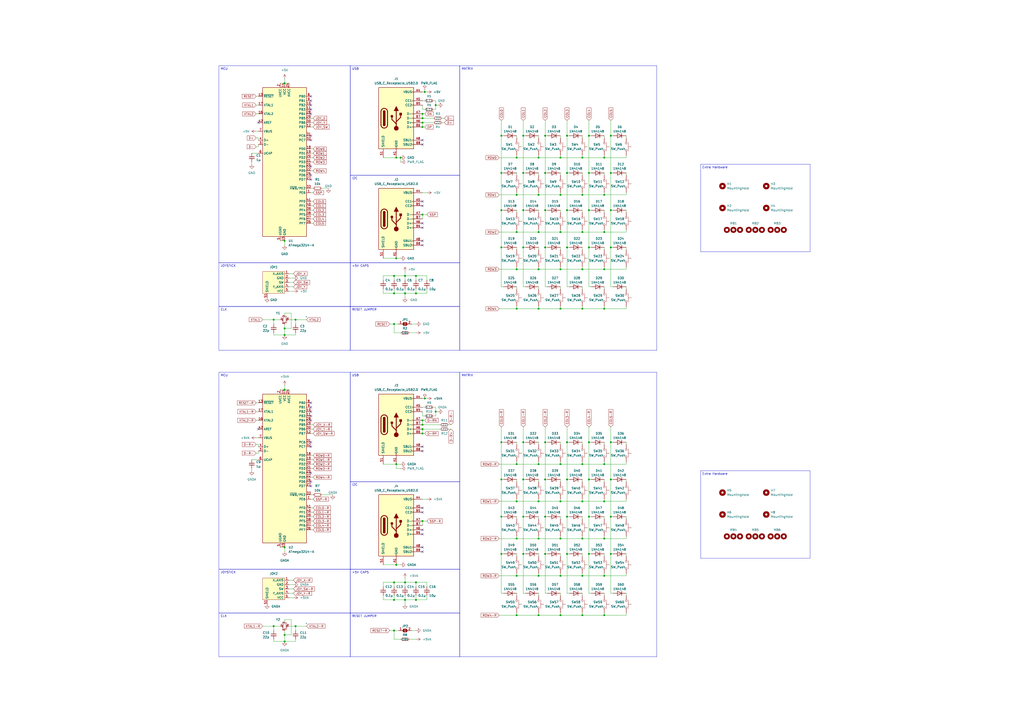
<source format=kicad_sch>
(kicad_sch (version 20231120) (generator "eeschema") (generator_version "8.0")
  (paper "A2")
  (title_block (title "Undead Split") (date "2024-12-29") (rev "3") (company "UndeadLeech"))
  (junction (at 303.53 143.51))
  (junction (at 325.12 91.44))
  (junction (at 312.42 134.62))
  (junction (at 234.95 347.98))
  (junction (at 312.42 356.87))
  (junction (at 325.12 334.01))
  (junction (at 354.33 121.92))
  (junction (at 325.12 134.62))
  (junction (at 350.52 312.42))
  (junction (at 303.53 121.92))
  (junction (at 337.82 334.01))
  (junction (at 245.11 71.12))
  (junction (at 312.42 312.42))
  (junction (at 299.72 269.24))
  (junction (at 234.95 160.02))
  (junction (at 228.6 347.98))
  (junction (at 290.83 278.13))
  (junction (at 312.42 179.07))
  (junction (at 350.52 269.24))
  (junction (at 316.23 143.51))
  (junction (at 245.11 66.04))
  (junction (at 299.72 91.44))
  (junction (at 325.12 356.87))
  (junction (at 158.75 363.22))
  (junction (at 350.52 113.03))
  (junction (at 171.45 363.22))
  (junction (at 350.52 91.44))
  (junction (at 325.12 156.21))
  (junction (at 316.23 121.92))
  (junction (at 316.23 100.33))
  (junction (at 252.73 238.76))
  (junction (at 290.83 78.74))
  (junction (at 316.23 256.54))
  (junction (at 303.53 256.54))
  (junction (at 312.42 269.24))
  (junction (at 312.42 290.83))
  (junction (at 299.72 156.21))
  (junction (at 290.83 256.54))
  (junction (at 246.38 231.14))
  (junction (at 245.11 302.26))
  (junction (at 232.41 91.44))
  (junction (at 299.72 179.07))
  (junction (at 328.93 143.51))
  (junction (at 350.52 156.21))
  (junction (at 303.53 78.74))
  (junction (at 312.42 334.01))
  (junction (at 241.3 170.18))
  (junction (at 341.63 321.31))
  (junction (at 325.12 113.03))
  (junction (at 337.82 91.44))
  (junction (at 252.73 60.96))
  (junction (at 299.72 356.87))
  (junction (at 241.3 160.02))
  (junction (at 165.1 317.5))
  (junction (at 299.72 334.01))
  (junction (at 325.12 312.42))
  (junction (at 165.1 139.7))
  (junction (at 299.72 290.83))
  (junction (at 228.6 365.76))
  (junction (at 299.72 113.03))
  (junction (at 354.33 256.54))
  (junction (at 328.93 100.33))
  (junction (at 337.82 356.87))
  (junction (at 290.83 299.72))
  (junction (at 337.82 290.83))
  (junction (at 325.12 179.07))
  (junction (at 354.33 278.13))
  (junction (at 328.93 299.72))
  (junction (at 337.82 113.03))
  (junction (at 316.23 78.74))
  (junction (at 234.95 337.82))
  (junction (at 303.53 299.72))
  (junction (at 354.33 143.51))
  (junction (at 290.83 100.33))
  (junction (at 350.52 134.62))
  (junction (at 354.33 299.72))
  (junction (at 303.53 321.31))
  (junction (at 229.87 327.66))
  (junction (at 354.33 321.31))
  (junction (at 325.12 269.24))
  (junction (at 350.52 290.83))
  (junction (at 241.3 347.98))
  (junction (at 228.6 337.82))
  (junction (at 316.23 299.72))
  (junction (at 316.23 321.31))
  (junction (at 337.82 134.62))
  (junction (at 165.1 194.31))
  (junction (at 328.93 78.74))
  (junction (at 246.38 53.34))
  (junction (at 165.1 48.26))
  (junction (at 245.11 248.92))
  (junction (at 337.82 312.42))
  (junction (at 234.95 170.18))
  (junction (at 245.11 251.46))
  (junction (at 171.45 185.42))
  (junction (at 229.87 91.44))
  (junction (at 290.83 121.92))
  (junction (at 165.1 372.11))
  (junction (at 354.33 78.74))
  (junction (at 350.52 179.07))
  (junction (at 290.83 143.51))
  (junction (at 337.82 269.24))
  (junction (at 245.11 124.46))
  (junction (at 229.87 269.24))
  (junction (at 245.11 246.38))
  (junction (at 312.42 113.03))
  (junction (at 228.6 160.02))
  (junction (at 341.63 121.92))
  (junction (at 303.53 100.33))
  (junction (at 245.11 73.66))
  (junction (at 316.23 278.13))
  (junction (at 165.1 368.3))
  (junction (at 299.72 312.42))
  (junction (at 245.11 68.58))
  (junction (at 290.83 321.31))
  (junction (at 341.63 78.74))
  (junction (at 328.93 256.54))
  (junction (at 303.53 278.13))
  (junction (at 165.1 190.5))
  (junction (at 341.63 278.13))
  (junction (at 328.93 278.13))
  (junction (at 350.52 334.01))
  (junction (at 165.1 226.06))
  (junction (at 228.6 170.18))
  (junction (at 341.63 100.33))
  (junction (at 312.42 156.21))
  (junction (at 354.33 100.33))
  (junction (at 328.93 321.31))
  (junction (at 337.82 156.21))
  (junction (at 341.63 143.51))
  (junction (at 299.72 134.62))
  (junction (at 341.63 299.72))
  (junction (at 312.42 91.44))
  (junction (at 228.6 187.96))
  (junction (at 328.93 121.92))
  (junction (at 341.63 256.54))
  (junction (at 229.87 149.86))
  (junction (at 337.82 179.07))
  (junction (at 325.12 290.83))
  (junction (at 350.52 356.87))
  (junction (at 241.3 337.82))
  (junction (at 158.75 185.42))
  (junction (at 245.11 243.84))
  (no_connect (at 245.11 119.38))
  (no_connect (at 245.11 307.34))
  (no_connect (at 180.34 233.68))
  (no_connect (at 245.11 129.54))
  (no_connect (at 245.11 139.7))
  (no_connect (at 245.11 81.28))
  (no_connect (at 245.11 294.64))
  (no_connect (at 180.34 243.84))
  (no_connect (at 245.11 261.62))
  (no_connect (at 180.34 104.14))
  (no_connect (at 245.11 320.04))
  (no_connect (at 149.86 248.92))
  (no_connect (at 180.34 63.5))
  (no_connect (at 245.11 132.08))
  (no_connect (at 180.34 259.08))
  (no_connect (at 180.34 60.96))
  (no_connect (at 180.34 96.52))
  (no_connect (at 180.34 256.54))
  (no_connect (at 245.11 259.08))
  (no_connect (at 180.34 279.4))
  (no_connect (at 180.34 55.88))
  (no_connect (at 245.11 116.84))
  (no_connect (at 180.34 58.42))
  (no_connect (at 180.34 66.04))
  (no_connect (at 245.11 297.18))
  (no_connect (at 180.34 241.3))
  (no_connect (at 180.34 78.74))
  (no_connect (at 180.34 81.28))
  (no_connect (at 180.34 274.32))
  (no_connect (at 180.34 101.6))
  (no_connect (at 245.11 83.82))
  (no_connect (at 180.34 236.22))
  (no_connect (at 245.11 317.5))
  (no_connect (at 245.11 309.88))
  (no_connect (at 149.86 71.12))
  (no_connect (at 180.34 281.94))
  (no_connect (at 180.34 238.76))
  (no_connect (at 245.11 142.24))
  (wire (pts (xy 337.82 312.42) (xy 350.52 312.42)))
  (wire (pts (xy 354.33 143.51) (xy 355.6 143.51)))
  (wire (pts (xy 171.45 363.22) (xy 171.45 365.76)))
  (wire (pts (xy 222.25 167.64) (xy 222.25 170.18)))
  (wire (pts (xy 299.72 154.94) (xy 299.72 156.21)))
  (wire (pts (xy 299.72 156.21) (xy 312.42 156.21)))
  (wire (pts (xy 299.72 269.24) (xy 312.42 269.24)))
  (wire (pts (xy 303.53 121.92) (xy 303.53 143.51)))
  (wire (pts (xy 247.65 337.82) (xy 247.65 340.36)))
  (wire (pts (xy 167.64 363.22) (xy 171.45 363.22)))
  (wire (pts (xy 148.59 60.96) (xy 149.86 60.96)))
  (wire (pts (xy 328.93 166.37) (xy 330.2 166.37)))
  (wire (pts (xy 245.11 236.22) (xy 246.38 236.22)))
  (wire (pts (xy 341.63 166.37) (xy 342.9 166.37)))
  (wire (pts (xy 165.1 360.68) (xy 165.1 359.41)))
  (wire (pts (xy 312.42 78.74) (xy 312.42 80.01)))
  (wire (pts (xy 316.23 256.54) (xy 317.5 256.54)))
  (wire (pts (xy 171.45 372.11) (xy 165.1 372.11)))
  (wire (pts (xy 152.4 363.22) (xy 158.75 363.22)))
  (wire (pts (xy 325.12 134.62) (xy 337.82 134.62)))
  (wire (pts (xy 350.52 332.74) (xy 350.52 334.01)))
  (wire (pts (xy 299.72 332.74) (xy 299.72 334.01)))
  (wire (pts (xy 316.23 100.33) (xy 317.5 100.33)))
  (wire (pts (xy 260.35 246.38) (xy 261.62 246.38)))
  (wire (pts (xy 165.1 181.61) (xy 168.91 181.61)))
  (wire (pts (xy 180.34 287.02) (xy 181.61 287.02)))
  (wire (pts (xy 337.82 334.01) (xy 350.52 334.01)))
  (wire (pts (xy 354.33 143.51) (xy 354.33 166.37)))
  (wire (pts (xy 228.6 365.76) (xy 231.14 365.76)))
  (wire (pts (xy 299.72 133.35) (xy 299.72 134.62)))
  (wire (pts (xy 312.42 356.87) (xy 325.12 356.87)))
  (wire (pts (xy 337.82 143.51) (xy 337.82 144.78)))
  (wire (pts (xy 245.11 231.14) (xy 246.38 231.14)))
  (wire (pts (xy 312.42 179.07) (xy 325.12 179.07)))
  (wire (pts (xy 234.95 335.28) (xy 234.95 337.82)))
  (wire (pts (xy 325.12 100.33) (xy 325.12 101.6)))
  (wire (pts (xy 162.56 185.42) (xy 158.75 185.42)))
  (wire (pts (xy 328.93 278.13) (xy 328.93 299.72)))
  (wire (pts (xy 312.42 312.42) (xy 325.12 312.42)))
  (wire (pts (xy 341.63 321.31) (xy 341.63 344.17)))
  (wire (pts (xy 165.1 365.76) (xy 165.1 368.3)))
  (wire (pts (xy 180.34 91.44) (xy 181.61 91.44)))
  (wire (pts (xy 337.82 121.92) (xy 337.82 123.19)))
  (wire (pts (xy 290.83 256.54) (xy 290.83 278.13)))
  (wire (pts (xy 363.22 143.51) (xy 363.22 144.78)))
  (wire (pts (xy 256.54 68.58) (xy 257.81 68.58)))
  (wire (pts (xy 222.25 170.18) (xy 228.6 170.18)))
  (wire (pts (xy 337.82 177.8) (xy 337.82 179.07)))
  (wire (pts (xy 303.53 69.85) (xy 303.53 78.74)))
  (wire (pts (xy 241.3 347.98) (xy 247.65 347.98)))
  (wire (pts (xy 312.42 111.76) (xy 312.42 113.03)))
  (wire (pts (xy 289.56 290.83) (xy 299.72 290.83)))
  (wire (pts (xy 180.34 251.46) (xy 181.61 251.46)))
  (wire (pts (xy 354.33 78.74) (xy 354.33 100.33)))
  (wire (pts (xy 245.11 71.12) (xy 245.11 73.66)))
  (wire (pts (xy 228.6 160.02) (xy 234.95 160.02)))
  (wire (pts (xy 158.75 370.84) (xy 158.75 372.11)))
  (wire (pts (xy 312.42 90.17) (xy 312.42 91.44)))
  (wire (pts (xy 325.12 177.8) (xy 325.12 179.07)))
  (wire (pts (xy 247.65 160.02) (xy 247.65 162.56)))
  (wire (pts (xy 158.75 193.04) (xy 158.75 194.31)))
  (wire (pts (xy 350.52 269.24) (xy 363.22 269.24)))
  (wire (pts (xy 328.93 256.54) (xy 328.93 278.13)))
  (wire (pts (xy 312.42 143.51) (xy 312.42 144.78)))
  (wire (pts (xy 341.63 299.72) (xy 341.63 321.31)))
  (wire (pts (xy 241.3 337.82) (xy 247.65 337.82)))
  (wire (pts (xy 341.63 256.54) (xy 342.9 256.54)))
  (wire (pts (xy 363.22 344.17) (xy 363.22 345.44)))
  (wire (pts (xy 299.72 90.17) (xy 299.72 91.44)))
  (wire (pts (xy 290.83 278.13) (xy 292.1 278.13)))
  (wire (pts (xy 177.8 185.42) (xy 171.45 185.42)))
  (wire (pts (xy 252.73 63.5) (xy 252.73 60.96)))
  (wire (pts (xy 325.12 334.01) (xy 337.82 334.01)))
  (wire (pts (xy 299.72 344.17) (xy 299.72 345.44)))
  (wire (pts (xy 325.12 156.21) (xy 337.82 156.21)))
  (wire (pts (xy 350.52 111.76) (xy 350.52 113.03)))
  (wire (pts (xy 354.33 278.13) (xy 355.6 278.13)))
  (wire (pts (xy 245.11 246.38) (xy 255.27 246.38)))
  (wire (pts (xy 246.38 231.14) (xy 247.65 231.14)))
  (wire (pts (xy 180.34 116.84) (xy 181.61 116.84)))
  (wire (pts (xy 337.82 91.44) (xy 350.52 91.44)))
  (wire (pts (xy 252.73 236.22) (xy 252.73 238.76)))
  (wire (pts (xy 363.22 111.76) (xy 363.22 113.03)))
  (wire (pts (xy 251.46 241.3) (xy 252.73 241.3)))
  (wire (pts (xy 246.38 53.34) (xy 247.65 53.34)))
  (wire (pts (xy 312.42 355.6) (xy 312.42 356.87)))
  (wire (pts (xy 228.6 347.98) (xy 234.95 347.98)))
  (wire (pts (xy 325.12 278.13) (xy 325.12 279.4)))
  (wire (pts (xy 290.83 166.37) (xy 292.1 166.37)))
  (wire (pts (xy 289.56 179.07) (xy 299.72 179.07)))
  (wire (pts (xy 180.34 129.54) (xy 181.61 129.54)))
  (wire (pts (xy 162.56 48.26) (xy 165.1 48.26)))
  (wire (pts (xy 316.23 166.37) (xy 317.5 166.37)))
  (wire (pts (xy 228.6 345.44) (xy 228.6 347.98)))
  (wire (pts (xy 337.82 344.17) (xy 337.82 345.44)))
  (wire (pts (xy 312.42 100.33) (xy 312.42 101.6)))
  (wire (pts (xy 328.93 247.65) (xy 328.93 256.54)))
  (wire (pts (xy 290.83 321.31) (xy 290.83 344.17)))
  (wire (pts (xy 316.23 278.13) (xy 317.5 278.13)))
  (wire (pts (xy 328.93 299.72) (xy 328.93 321.31)))
  (wire (pts (xy 316.23 121.92) (xy 316.23 143.51)))
  (wire (pts (xy 337.82 256.54) (xy 337.82 257.81)))
  (wire (pts (xy 312.42 156.21) (xy 325.12 156.21)))
  (wire (pts (xy 299.72 111.76) (xy 299.72 113.03)))
  (wire (pts (xy 363.22 133.35) (xy 363.22 134.62)))
  (wire (pts (xy 303.53 321.31) (xy 304.8 321.31)))
  (wire (pts (xy 289.56 312.42) (xy 299.72 312.42)))
  (wire (pts (xy 341.63 121.92) (xy 342.9 121.92)))
  (wire (pts (xy 341.63 143.51) (xy 341.63 166.37)))
  (wire (pts (xy 350.52 90.17) (xy 350.52 91.44)))
  (wire (pts (xy 325.12 154.94) (xy 325.12 156.21)))
  (wire (pts (xy 312.42 332.74) (xy 312.42 334.01)))
  (wire (pts (xy 234.95 160.02) (xy 234.95 162.56)))
  (wire (pts (xy 328.93 121.92) (xy 328.93 143.51)))
  (wire (pts (xy 325.12 90.17) (xy 325.12 91.44)))
  (wire (pts (xy 238.76 187.96) (xy 241.3 187.96)))
  (wire (pts (xy 290.83 143.51) (xy 292.1 143.51)))
  (wire (pts (xy 354.33 321.31) (xy 355.6 321.31)))
  (wire (pts (xy 299.72 355.6) (xy 299.72 356.87)))
  (wire (pts (xy 245.11 241.3) (xy 246.38 241.3)))
  (wire (pts (xy 350.52 267.97) (xy 350.52 269.24)))
  (wire (pts (xy 180.34 109.22) (xy 181.61 109.22)))
  (wire (pts (xy 303.53 278.13) (xy 303.53 299.72)))
  (wire (pts (xy 363.22 78.74) (xy 363.22 80.01)))
  (wire (pts (xy 245.11 73.66) (xy 246.38 73.66)))
  (wire (pts (xy 354.33 100.33) (xy 355.6 100.33)))
  (wire (pts (xy 312.42 154.94) (xy 312.42 156.21)))
  (wire (pts (xy 180.34 73.66) (xy 181.61 73.66)))
  (wire (pts (xy 354.33 256.54) (xy 355.6 256.54)))
  (wire (pts (xy 363.22 289.56) (xy 363.22 290.83)))
  (wire (pts (xy 325.12 78.74) (xy 325.12 80.01)))
  (wire (pts (xy 245.11 63.5) (xy 245.11 60.96)))
  (wire (pts (xy 229.87 327.66) (xy 232.41 327.66)))
  (wire (pts (xy 299.72 121.92) (xy 299.72 123.19)))
  (wire (pts (xy 228.6 160.02) (xy 228.6 162.56)))
  (wire (pts (xy 290.83 278.13) (xy 290.83 299.72)))
  (wire (pts (xy 312.42 321.31) (xy 312.42 322.58)))
  (wire (pts (xy 228.6 167.64) (xy 228.6 170.18)))
  (wire (pts (xy 162.56 226.06) (xy 165.1 226.06)))
  (wire (pts (xy 260.35 248.92) (xy 261.62 248.92)))
  (wire (pts (xy 245.11 302.26) (xy 245.11 304.8)))
  (wire (pts (xy 222.25 91.44) (xy 229.87 91.44)))
  (wire (pts (xy 241.3 345.44) (xy 241.3 347.98)))
  (wire (pts (xy 316.23 143.51) (xy 316.23 166.37)))
  (wire (pts (xy 354.33 247.65) (xy 354.33 256.54)))
  (wire (pts (xy 148.59 85.09) (xy 149.86 85.09)))
  (wire (pts (xy 229.87 91.44) (xy 232.41 91.44)))
  (wire (pts (xy 303.53 256.54) (xy 304.8 256.54)))
  (wire (pts (xy 146.05 93.98) (xy 146.05 95.25)))
  (wire (pts (xy 299.72 78.74) (xy 299.72 80.01)))
  (wire (pts (xy 328.93 321.31) (xy 328.93 344.17)))
  (wire (pts (xy 251.46 63.5) (xy 252.73 63.5)))
  (wire (pts (xy 316.23 321.31) (xy 316.23 344.17)))
  (wire (pts (xy 341.63 321.31) (xy 342.9 321.31)))
  (wire (pts (xy 180.34 248.92) (xy 181.61 248.92)))
  (wire (pts (xy 180.34 93.98) (xy 181.61 93.98)))
  (wire (pts (xy 328.93 321.31) (xy 330.2 321.31)))
  (wire (pts (xy 337.82 166.37) (xy 337.82 167.64)))
  (wire (pts (xy 312.42 121.92) (xy 312.42 123.19)))
  (wire (pts (xy 222.25 327.66) (xy 229.87 327.66)))
  (wire (pts (xy 171.45 185.42) (xy 171.45 187.96)))
  (wire (pts (xy 290.83 100.33) (xy 290.83 121.92)))
  (wire (pts (xy 299.72 166.37) (xy 299.72 167.64)))
  (wire (pts (xy 180.34 246.38) (xy 181.61 246.38)))
  (wire (pts (xy 337.82 290.83) (xy 350.52 290.83)))
  (wire (pts (xy 363.22 90.17) (xy 363.22 91.44)))
  (wire (pts (xy 245.11 289.56) (xy 247.65 289.56)))
  (wire (pts (xy 148.59 243.84) (xy 149.86 243.84)))
  (wire (pts (xy 167.64 158.75) (xy 170.18 158.75)))
  (wire (pts (xy 325.12 143.51) (xy 325.12 144.78)))
  (wire (pts (xy 354.33 321.31) (xy 354.33 344.17)))
  (wire (pts (xy 328.93 299.72) (xy 330.2 299.72)))
  (wire (pts (xy 245.11 63.5) (xy 246.38 63.5)))
  (wire (pts (xy 289.56 269.24) (xy 299.72 269.24)))
  (wire (pts (xy 222.25 345.44) (xy 222.25 347.98)))
  (wire (pts (xy 222.25 337.82) (xy 228.6 337.82)))
  (wire (pts (xy 325.12 321.31) (xy 325.12 322.58)))
  (wire (pts (xy 316.23 299.72) (xy 317.5 299.72)))
  (wire (pts (xy 171.45 194.31) (xy 165.1 194.31)))
  (wire (pts (xy 312.42 334.01) (xy 325.12 334.01)))
  (wire (pts (xy 162.56 317.5) (xy 165.1 317.5)))
  (wire (pts (xy 245.11 71.12) (xy 251.46 71.12)))
  (wire (pts (xy 328.93 256.54) (xy 330.2 256.54)))
  (wire (pts (xy 148.59 238.76) (xy 149.86 238.76)))
  (wire (pts (xy 303.53 278.13) (xy 304.8 278.13)))
  (wire (pts (xy 152.4 185.42) (xy 158.75 185.42)))
  (wire (pts (xy 299.72 177.8) (xy 299.72 179.07)))
  (wire (pts (xy 167.64 163.83) (xy 170.18 163.83)))
  (wire (pts (xy 290.83 100.33) (xy 292.1 100.33)))
  (wire (pts (xy 237.49 370.84) (xy 241.3 370.84)))
  (wire (pts (xy 289.56 334.01) (xy 299.72 334.01)))
  (wire (pts (xy 245.11 58.42) (xy 246.38 58.42)))
  (wire (pts (xy 299.72 100.33) (xy 299.72 101.6)))
  (wire (pts (xy 289.56 134.62) (xy 299.72 134.62)))
  (wire (pts (xy 162.56 363.22) (xy 158.75 363.22)))
  (wire (pts (xy 363.22 299.72) (xy 363.22 300.99)))
  (wire (pts (xy 312.42 299.72) (xy 312.42 300.99)))
  (wire (pts (xy 165.1 359.41) (xy 168.91 359.41)))
  (wire (pts (xy 328.93 78.74) (xy 328.93 100.33)))
  (wire (pts (xy 337.82 321.31) (xy 337.82 322.58)))
  (wire (pts (xy 228.6 193.04) (xy 232.41 193.04)))
  (wire (pts (xy 316.23 278.13) (xy 316.23 299.72)))
  (wire (pts (xy 180.34 111.76) (xy 181.61 111.76)))
  (wire (pts (xy 325.12 312.42) (xy 337.82 312.42)))
  (wire (pts (xy 180.34 266.7) (xy 181.61 266.7)))
  (wire (pts (xy 222.25 340.36) (xy 222.25 337.82)))
  (wire (pts (xy 162.56 139.7) (xy 165.1 139.7)))
  (wire (pts (xy 241.3 160.02) (xy 247.65 160.02)))
  (wire (pts (xy 337.82 133.35) (xy 337.82 134.62)))
  (wire (pts (xy 146.05 266.7) (xy 149.86 266.7)))
  (wire (pts (xy 299.72 91.44) (xy 312.42 91.44)))
  (wire (pts (xy 325.12 166.37) (xy 325.12 167.64)))
  (wire (pts (xy 245.11 66.04) (xy 245.11 68.58)))
  (wire (pts (xy 290.83 344.17) (xy 292.1 344.17)))
  (wire (pts (xy 341.63 100.33) (xy 341.63 121.92)))
  (wire (pts (xy 328.93 100.33) (xy 330.2 100.33)))
  (wire (pts (xy 363.22 154.94) (xy 363.22 156.21)))
  (wire (pts (xy 337.82 134.62) (xy 350.52 134.62)))
  (wire (pts (xy 180.34 124.46) (xy 181.61 124.46)))
  (wire (pts (xy 229.87 269.24) (xy 229.87 271.78)))
  (wire (pts (xy 241.3 170.18) (xy 247.65 170.18)))
  (wire (pts (xy 228.6 193.04) (xy 228.6 187.96)))
  (wire (pts (xy 167.64 336.55) (xy 170.18 336.55)))
  (wire (pts (xy 168.91 181.61) (xy 168.91 190.5)))
  (wire (pts (xy 363.22 166.37) (xy 363.22 167.64)))
  (wire (pts (xy 290.83 78.74) (xy 292.1 78.74)))
  (wire (pts (xy 350.52 143.51) (xy 350.52 144.78)))
  (wire (pts (xy 229.87 149.86) (xy 232.41 149.86)))
  (wire (pts (xy 148.59 254) (xy 149.86 254)))
  (wire (pts (xy 354.33 69.85) (xy 354.33 78.74)))
  (wire (pts (xy 303.53 100.33) (xy 303.53 121.92)))
  (wire (pts (xy 299.72 311.15) (xy 299.72 312.42)))
  (wire (pts (xy 312.42 91.44) (xy 325.12 91.44)))
  (wire (pts (xy 229.87 269.24) (xy 232.41 269.24)))
  (wire (pts (xy 363.22 321.31) (xy 363.22 322.58)))
  (wire (pts (xy 341.63 78.74) (xy 341.63 100.33)))
  (wire (pts (xy 316.23 344.17) (xy 317.5 344.17)))
  (wire (pts (xy 165.1 139.7) (xy 165.1 142.24)))
  (wire (pts (xy 341.63 78.74) (xy 342.9 78.74)))
  (wire (pts (xy 180.34 68.58) (xy 181.61 68.58)))
  (wire (pts (xy 350.52 290.83) (xy 363.22 290.83)))
  (wire (pts (xy 325.12 113.03) (xy 337.82 113.03)))
  (wire (pts (xy 246.38 52.07) (xy 246.38 53.34)))
  (wire (pts (xy 234.95 170.18) (xy 234.95 172.72)))
  (wire (pts (xy 290.83 69.85) (xy 290.83 78.74)))
  (wire (pts (xy 316.23 247.65) (xy 316.23 256.54)))
  (wire (pts (xy 350.52 133.35) (xy 350.52 134.62)))
  (wire (pts (xy 245.11 302.26) (xy 247.65 302.26)))
  (wire (pts (xy 148.59 257.81) (xy 149.86 257.81)))
  (wire (pts (xy 325.12 344.17) (xy 325.12 345.44)))
  (wire (pts (xy 337.82 154.94) (xy 337.82 156.21)))
  (wire (pts (xy 363.22 332.74) (xy 363.22 334.01)))
  (wire (pts (xy 149.86 85.09) (xy 149.86 83.82)))
  (wire (pts (xy 303.53 247.65) (xy 303.53 256.54)))
  (wire (pts (xy 350.52 356.87) (xy 363.22 356.87)))
  (wire (pts (xy 180.34 271.78) (xy 181.61 271.78)))
  (wire (pts (xy 180.34 88.9) (xy 181.61 88.9)))
  (wire (pts (xy 148.59 66.04) (xy 149.86 66.04)))
  (wire (pts (xy 316.23 299.72) (xy 316.23 321.31)))
  (wire (pts (xy 303.53 121.92) (xy 304.8 121.92)))
  (wire (pts (xy 234.95 345.44) (xy 234.95 347.98)))
  (wire (pts (xy 180.34 127) (xy 181.61 127)))
  (wire (pts (xy 245.11 53.34) (xy 246.38 53.34)))
  (wire (pts (xy 299.72 334.01) (xy 312.42 334.01)))
  (wire (pts (xy 325.12 299.72) (xy 325.12 300.99)))
  (wire (pts (xy 245.11 241.3) (xy 245.11 238.76)))
  (wire (pts (xy 167.64 344.17) (xy 170.18 344.17)))
  (wire (pts (xy 290.83 247.65) (xy 290.83 256.54)))
  (wire (pts (xy 165.1 317.5) (xy 165.1 320.04)))
  (wire (pts (xy 325.12 290.83) (xy 337.82 290.83)))
  (wire (pts (xy 341.63 121.92) (xy 341.63 143.51)))
  (wire (pts (xy 245.11 66.04) (xy 246.38 66.04)))
  (wire (pts (xy 289.56 91.44) (xy 299.72 91.44)))
  (wire (pts (xy 254 238.76) (xy 252.73 238.76)))
  (wire (pts (xy 328.93 121.92) (xy 330.2 121.92)))
  (wire (pts (xy 303.53 143.51) (xy 303.53 166.37)))
  (wire (pts (xy 167.64 161.29) (xy 170.18 161.29)))
  (wire (pts (xy 350.52 334.01) (xy 363.22 334.01)))
  (wire (pts (xy 363.22 267.97) (xy 363.22 269.24)))
  (wire (pts (xy 290.83 299.72) (xy 290.83 321.31)))
  (wire (pts (xy 328.93 143.51) (xy 328.93 166.37)))
  (wire (pts (xy 186.69 109.22) (xy 190.5 109.22)))
  (wire (pts (xy 251.46 58.42) (xy 252.73 58.42)))
  (wire (pts (xy 350.52 113.03) (xy 363.22 113.03)))
  (wire (pts (xy 341.63 143.51) (xy 342.9 143.51)))
  (wire (pts (xy 245.11 248.92) (xy 255.27 248.92)))
  (wire (pts (xy 228.6 337.82) (xy 234.95 337.82)))
  (wire (pts (xy 354.33 78.74) (xy 355.6 78.74)))
  (wire (pts (xy 312.42 133.35) (xy 312.42 134.62)))
  (wire (pts (xy 354.33 100.33) (xy 354.33 121.92)))
  (wire (pts (xy 247.65 345.44) (xy 247.65 347.98)))
  (wire (pts (xy 252.73 241.3) (xy 252.73 238.76)))
  (wire (pts (xy 350.52 134.62) (xy 363.22 134.62)))
  (wire (pts (xy 328.93 69.85) (xy 328.93 78.74)))
  (wire (pts (xy 316.23 100.33) (xy 316.23 121.92)))
  (wire (pts (xy 180.34 297.18) (xy 181.61 297.18)))
  (wire (pts (xy 290.83 321.31) (xy 292.1 321.31)))
  (wire (pts (xy 325.12 311.15) (xy 325.12 312.42)))
  (wire (pts (xy 290.83 256.54) (xy 292.1 256.54)))
  (wire (pts (xy 148.59 76.2) (xy 149.86 76.2)))
  (wire (pts (xy 325.12 269.24) (xy 337.82 269.24)))
  (wire (pts (xy 350.52 177.8) (xy 350.52 179.07)))
  (wire (pts (xy 312.42 267.97) (xy 312.42 269.24)))
  (wire (pts (xy 290.83 121.92) (xy 290.83 143.51)))
  (wire (pts (xy 171.45 370.84) (xy 171.45 372.11)))
  (wire (pts (xy 325.12 179.07) (xy 337.82 179.07)))
  (wire (pts (xy 180.34 299.72) (xy 181.61 299.72)))
  (wire (pts (xy 350.52 289.56) (xy 350.52 290.83)))
  (wire (pts (xy 337.82 156.21) (xy 350.52 156.21)))
  (wire (pts (xy 226.06 187.96) (xy 228.6 187.96)))
  (wire (pts (xy 168.91 359.41) (xy 168.91 368.3)))
  (wire (pts (xy 228.6 170.18) (xy 234.95 170.18)))
  (wire (pts (xy 234.95 160.02) (xy 241.3 160.02)))
  (wire (pts (xy 245.11 243.84) (xy 246.38 243.84)))
  (wire (pts (xy 316.23 69.85) (xy 316.23 78.74)))
  (wire (pts (xy 180.34 307.34) (xy 181.61 307.34)))
  (wire (pts (xy 303.53 321.31) (xy 303.53 344.17)))
  (wire (pts (xy 177.8 363.22) (xy 171.45 363.22)))
  (wire (pts (xy 312.42 311.15) (xy 312.42 312.42)))
  (wire (pts (xy 299.72 179.07) (xy 312.42 179.07)))
  (wire (pts (xy 337.82 100.33) (xy 337.82 101.6)))
  (wire (pts (xy 299.72 256.54) (xy 299.72 257.81)))
  (wire (pts (xy 350.52 311.15) (xy 350.52 312.42)))
  (wire (pts (xy 325.12 355.6) (xy 325.12 356.87)))
  (wire (pts (xy 299.72 321.31) (xy 299.72 322.58)))
  (wire (pts (xy 299.72 113.03) (xy 312.42 113.03)))
  (wire (pts (xy 341.63 256.54) (xy 341.63 278.13)))
  (wire (pts (xy 303.53 299.72) (xy 303.53 321.31)))
  (wire (pts (xy 148.59 233.68) (xy 149.86 233.68)))
  (wire (pts (xy 234.95 347.98) (xy 234.95 350.52)))
  (wire (pts (xy 290.83 121.92) (xy 292.1 121.92)))
  (wire (pts (xy 289.56 356.87) (xy 299.72 356.87)))
  (wire (pts (xy 350.52 166.37) (xy 350.52 167.64)))
  (wire (pts (xy 303.53 166.37) (xy 304.8 166.37)))
  (wire (pts (xy 363.22 311.15) (xy 363.22 312.42)))
  (wire (pts (xy 354.33 256.54) (xy 354.33 278.13)))
  (wire (pts (xy 325.12 289.56) (xy 325.12 290.83)))
  (wire (pts (xy 337.82 267.97) (xy 337.82 269.24)))
  (wire (pts (xy 158.75 363.22) (xy 158.75 365.76)))
  (wire (pts (xy 316.23 321.31) (xy 317.5 321.31)))
  (wire (pts (xy 148.59 262.89) (xy 149.86 262.89)))
  (wire (pts (xy 337.82 90.17) (xy 337.82 91.44)))
  (wire (pts (xy 316.23 78.74) (xy 317.5 78.74)))
  (wire (pts (xy 350.52 156.21) (xy 363.22 156.21)))
  (wire (pts (xy 180.34 99.06) (xy 181.61 99.06)))
  (wire (pts (xy 146.05 88.9) (xy 149.86 88.9)))
  (wire (pts (xy 363.22 256.54) (xy 363.22 257.81)))
  (wire (pts (xy 299.72 267.97) (xy 299.72 269.24)))
  (wire (pts (xy 354.33 299.72) (xy 355.6 299.72)))
  (wire (pts (xy 180.34 302.26) (xy 181.61 302.26)))
  (wire (pts (xy 180.34 276.86) (xy 181.61 276.86)))
  (wire (pts (xy 148.59 80.01) (xy 149.86 80.01)))
  (wire (pts (xy 290.83 143.51) (xy 290.83 166.37)))
  (wire (pts (xy 341.63 299.72) (xy 342.9 299.72)))
  (wire (pts (xy 354.33 121.92) (xy 355.6 121.92)))
  (wire (pts (xy 238.76 365.76) (xy 241.3 365.76)))
  (wire (pts (xy 350.52 299.72) (xy 350.52 300.99)))
  (wire (pts (xy 148.59 55.88) (xy 149.86 55.88)))
  (wire (pts (xy 299.72 278.13) (xy 299.72 279.4)))
  (wire (pts (xy 303.53 78.74) (xy 303.53 100.33)))
  (wire (pts (xy 241.3 337.82) (xy 241.3 340.36)))
  (wire (pts (xy 180.34 86.36) (xy 181.61 86.36)))
  (wire (pts (xy 350.52 100.33) (xy 350.52 101.6)))
  (wire (pts (xy 325.12 111.76) (xy 325.12 113.03)))
  (wire (pts (xy 180.34 71.12) (xy 181.61 71.12)))
  (wire (pts (xy 350.52 179.07) (xy 363.22 179.07)))
  (wire (pts (xy 328.93 100.33) (xy 328.93 121.92)))
  (wire (pts (xy 316.23 256.54) (xy 316.23 278.13)))
  (wire (pts (xy 325.12 267.97) (xy 325.12 269.24)))
  (wire (pts (xy 350.52 91.44) (xy 363.22 91.44)))
  (wire (pts (xy 363.22 177.8) (xy 363.22 179.07)))
  (wire (pts (xy 337.82 111.76) (xy 337.82 113.03)))
  (wire (pts (xy 228.6 187.96) (xy 231.14 187.96)))
  (wire (pts (xy 228.6 337.82) (xy 228.6 340.36)))
  (wire (pts (xy 337.82 356.87) (xy 350.52 356.87)))
  (wire (pts (xy 312.42 177.8) (xy 312.42 179.07)))
  (wire (pts (xy 328.93 78.74) (xy 330.2 78.74)))
  (wire (pts (xy 325.12 121.92) (xy 325.12 123.19)))
  (wire (pts (xy 354.33 166.37) (xy 355.6 166.37)))
  (wire (pts (xy 312.42 256.54) (xy 312.42 257.81)))
  (wire (pts (xy 328.93 344.17) (xy 330.2 344.17)))
  (wire (pts (xy 234.95 157.48) (xy 234.95 160.02)))
  (wire (pts (xy 312.42 269.24) (xy 325.12 269.24)))
  (wire (pts (xy 363.22 355.6) (xy 363.22 356.87)))
  (wire (pts (xy 350.52 344.17) (xy 350.52 345.44)))
  (wire (pts (xy 312.42 344.17) (xy 312.42 345.44)))
  (wire (pts (xy 165.1 226.06) (xy 167.64 226.06)))
  (wire (pts (xy 222.25 162.56) (xy 222.25 160.02)))
  (wire (pts (xy 354.33 121.92) (xy 354.33 143.51)))
  (wire (pts (xy 167.64 339.09) (xy 170.18 339.09)))
  (wire (pts (xy 180.34 294.64) (xy 181.61 294.64)))
  (wire (pts (xy 328.93 278.13) (xy 330.2 278.13)))
  (wire (pts (xy 234.95 347.98) (xy 241.3 347.98)))
  (wire (pts (xy 316.23 78.74) (xy 316.23 100.33)))
  (wire (pts (xy 256.54 71.12) (xy 257.81 71.12)))
  (wire (pts (xy 363.22 121.92) (xy 363.22 123.19)))
  (wire (pts (xy 299.72 356.87) (xy 312.42 356.87)))
  (wire (pts (xy 337.82 299.72) (xy 337.82 300.99)))
  (wire (pts (xy 312.42 113.03) (xy 325.12 113.03)))
  (wire (pts (xy 245.11 248.92) (xy 245.11 251.46)))
  (wire (pts (xy 337.82 78.74) (xy 337.82 80.01)))
  (wire (pts (xy 158.75 372.11) (xy 165.1 372.11)))
  (wire (pts (xy 341.63 278.13) (xy 341.63 299.72)))
  (wire (pts (xy 289.56 113.03) (xy 299.72 113.03)))
  (wire (pts (xy 146.05 271.78) (xy 146.05 273.05)))
  (wire (pts (xy 337.82 269.24) (xy 350.52 269.24)))
  (wire (pts (xy 303.53 143.51) (xy 304.8 143.51)))
  (wire (pts (xy 222.25 160.02) (xy 228.6 160.02)))
  (wire (pts (xy 180.34 121.92) (xy 181.61 121.92)))
  (wire (pts (xy 303.53 299.72) (xy 304.8 299.72)))
  (wire (pts (xy 316.23 143.51) (xy 317.5 143.51)))
  (wire (pts (xy 299.72 290.83) (xy 312.42 290.83)))
  (wire (pts (xy 354.33 278.13) (xy 354.33 299.72)))
  (wire (pts (xy 228.6 370.84) (xy 232.41 370.84)))
  (wire (pts (xy 350.52 355.6) (xy 350.52 356.87)))
  (wire (pts (xy 180.34 304.8) (xy 181.61 304.8)))
  (wire (pts (xy 222.25 149.86) (xy 229.87 149.86)))
  (wire (pts (xy 350.52 154.94) (xy 350.52 156.21)))
  (wire (pts (xy 245.11 111.76) (xy 247.65 111.76)))
  (wire (pts (xy 299.72 289.56) (xy 299.72 290.83)))
  (wire (pts (xy 299.72 299.72) (xy 299.72 300.99)))
  (wire (pts (xy 158.75 194.31) (xy 165.1 194.31)))
  (wire (pts (xy 234.95 170.18) (xy 241.3 170.18)))
  (wire (pts (xy 180.34 289.56) (xy 181.61 289.56)))
  (wire (pts (xy 165.1 223.52) (xy 165.1 226.06)))
  (wire (pts (xy 149.86 80.01) (xy 149.86 81.28)))
  (wire (pts (xy 341.63 278.13) (xy 342.9 278.13)))
  (wire (pts (xy 316.23 121.92) (xy 317.5 121.92)))
  (wire (pts (xy 354.33 299.72) (xy 354.33 321.31)))
  (wire (pts (xy 226.06 365.76) (xy 228.6 365.76)))
  (wire (pts (xy 167.64 346.71) (xy 170.18 346.71)))
  (wire (pts (xy 289.56 156.21) (xy 299.72 156.21)))
  (wire (pts (xy 234.95 337.82) (xy 241.3 337.82)))
  (wire (pts (xy 312.42 289.56) (xy 312.42 290.83)))
  (wire (pts (xy 312.42 290.83) (xy 325.12 290.83)))
  (wire (pts (xy 245.11 68.58) (xy 251.46 68.58)))
  (wire (pts (xy 325.12 256.54) (xy 325.12 257.81)))
  (wire (pts (xy 350.52 121.92) (xy 350.52 123.19)))
  (wire (pts (xy 350.52 312.42) (xy 363.22 312.42)))
  (wire (pts (xy 337.82 179.07) (xy 350.52 179.07)))
  (wire (pts (xy 303.53 100.33) (xy 304.8 100.33)))
  (wire (pts (xy 165.1 187.96) (xy 165.1 190.5)))
  (wire (pts (xy 337.82 278.13) (xy 337.82 279.4)))
  (wire (pts (xy 186.69 287.02) (xy 193.04 287.02)))
  (wire (pts (xy 337.82 311.15) (xy 337.82 312.42)))
  (wire (pts (xy 299.72 312.42) (xy 312.42 312.42)))
  (wire (pts (xy 245.11 124.46) (xy 245.11 127)))
  (wire (pts (xy 167.64 341.63) (xy 170.18 341.63)))
  (wire (pts (xy 165.1 368.3) (xy 168.91 368.3)))
  (wire (pts (xy 337.82 355.6) (xy 337.82 356.87)))
  (wire (pts (xy 180.34 119.38) (xy 181.61 119.38)))
  (wire (pts (xy 312.42 278.13) (xy 312.42 279.4)))
  (wire (pts (xy 337.82 332.74) (xy 337.82 334.01)))
  (wire (pts (xy 165.1 190.5) (xy 168.91 190.5)))
  (wire (pts (xy 245.11 124.46) (xy 247.65 124.46)))
  (wire (pts (xy 234.95 337.82) (xy 234.95 340.36)))
  (wire (pts (xy 252.73 58.42) (xy 252.73 60.96)))
  (wire (pts (xy 290.83 78.74) (xy 290.83 100.33)))
  (wire (pts (xy 158.75 185.42) (xy 158.75 187.96)))
  (wire (pts (xy 167.64 185.42) (xy 171.45 185.42)))
  (wire (pts (xy 350.52 321.31) (xy 350.52 322.58)))
  (wire (pts (xy 149.86 257.81) (xy 149.86 259.08)))
  (wire (pts (xy 241.3 167.64) (xy 241.3 170.18)))
  (wire (pts (xy 325.12 356.87) (xy 337.82 356.87)))
  (wire (pts (xy 180.34 264.16) (xy 181.61 264.16)))
  (wire (pts (xy 167.64 168.91) (xy 170.18 168.91)))
  (wire (pts (xy 341.63 69.85) (xy 341.63 78.74)))
  (wire (pts (xy 165.1 45.72) (xy 165.1 48.26)))
  (wire (pts (xy 222.25 347.98) (xy 228.6 347.98)))
  (wire (pts (xy 363.22 278.13) (xy 363.22 279.4)))
  (wire (pts (xy 254 60.96) (xy 252.73 60.96)))
  (wire (pts (xy 180.34 269.24) (xy 181.61 269.24)))
  (wire (pts (xy 328.93 143.51) (xy 330.2 143.51)))
  (wire (pts (xy 325.12 91.44) (xy 337.82 91.44)))
  (wire (pts (xy 312.42 134.62) (xy 325.12 134.62)))
  (wire (pts (xy 303.53 256.54) (xy 303.53 278.13)))
  (wire (pts (xy 247.65 167.64) (xy 247.65 170.18)))
  (wire (pts (xy 350.52 256.54) (xy 350.52 257.81)))
  (wire (pts (xy 341.63 100.33) (xy 342.9 100.33)))
  (wire (pts (xy 245.11 243.84) (xy 245.11 246.38)))
  (wire (pts (xy 312.42 166.37) (xy 312.42 167.64)))
  (wire (pts (xy 354.33 344.17) (xy 355.6 344.17)))
  (wire (pts (xy 165.1 190.5) (xy 165.1 194.31)))
  (wire (pts (xy 341.63 247.65) (xy 341.63 256.54)))
  (wire (pts (xy 325.12 133.35) (xy 325.12 134.62)))
  (wire (pts (xy 165.1 48.26) (xy 167.64 48.26)))
  (wire (pts (xy 337.82 289.56) (xy 337.82 290.83)))
  (wire (pts (xy 222.25 269.24) (xy 229.87 269.24)))
  (wire (pts (xy 325.12 332.74) (xy 325.12 334.01)))
  (wire (pts (xy 337.82 113.03) (xy 350.52 113.03)))
  (wire (pts (xy 241.3 160.02) (xy 241.3 162.56)))
  (wire (pts (xy 229.87 271.78) (xy 232.41 271.78)))
  (wire (pts (xy 149.86 262.89) (xy 149.86 261.62)))
  (wire (pts (xy 228.6 370.84) (xy 228.6 365.76)))
  (wire (pts (xy 171.45 193.04) (xy 171.45 194.31)))
  (wire (pts (xy 251.46 236.22) (xy 252.73 236.22)))
  (wire (pts (xy 245.11 251.46) (xy 246.38 251.46)))
  (wire (pts (xy 350.52 278.13) (xy 350.52 279.4)))
  (wire (pts (xy 303.53 344.17) (xy 304.8 344.17)))
  (wire (pts (xy 303.53 78.74) (xy 304.8 78.74)))
  (wire (pts (xy 290.83 299.72) (xy 292.1 299.72)))
  (wire (pts (xy 363.22 100.33) (xy 363.22 101.6)))
  (wire (pts (xy 167.64 166.37) (xy 170.18 166.37)))
  (wire (pts (xy 232.41 91.44) (xy 232.41 93.98)))
  (wire (pts (xy 350.52 78.74) (xy 350.52 80.01)))
  (wire (pts (xy 237.49 193.04) (xy 241.3 193.04)))
  (wire (pts (xy 341.63 344.17) (xy 342.9 344.17)))
  (wire (pts (xy 165.1 182.88) (xy 165.1 181.61)))
  (wire (pts (xy 299.72 143.51) (xy 299.72 144.78)))
  (wire (pts (xy 299.72 134.62) (xy 312.42 134.62)))
  (wire (pts (xy 234.95 167.64) (xy 234.95 170.18)))
  (wire (pts (xy 165.1 368.3) (xy 165.1 372.11)))
  (text_box "CLK" (at 127 177.8 0) (size 76.2 25.4) (effects (font (size 1.27 1.27)) (justify left top)))
  (text_box "Extra Hardware" (at 406.4 95.25 0) (size 63.5 50.8) (effects (font (size 1.27 1.27)) (justify left top)))
  (text_box "JOYSTICK" (at 127 152.4 0) (size 76.2 25.4) (effects (font (size 1.27 1.27)) (justify left top)))
  (text_box "MCU" (at 127 38.1 0) (size 76.2 114.3) (effects (font (size 1.27 1.27)) (justify left top)))
  (text_box "MATRIX" (at 266.7 215.9 0) (size 114.3 165.1) (effects (font (size 1.27 1.27)) (justify left top)))
  (text_box "CLK" (at 127 355.6 0) (size 76.2 25.4) (effects (font (size 1.27 1.27)) (justify left top)))
  (text_box "+5V CAPS" (at 203.2 152.4 0) (size 63.5 25.4) (effects (font (size 1.27 1.27)) (justify left top)))
  (text_box "MATRIX" (at 266.7 38.1 0) (size 114.3 165.1) (effects (font (size 1.27 1.27)) (justify left top)))
  (text_box "RESET JUMPER" (at 203.2 355.6 0) (size 63.5 25.4) (effects (font (size 1.27 1.27)) (justify left top)))
  (text_box "MCU" (at 127 215.9 0) (size 76.2 114.3) (effects (font (size 1.27 1.27)) (justify left top)))
  (text_box "RESET JUMPER" (at 203.2 177.8 0) (size 63.5 25.4) (effects (font (size 1.27 1.27)) (justify left top)))
  (text_box "I2C" (at 203.2 101.6 0) (size 63.5 50.8) (effects (font (size 1.27 1.27)) (justify left top)))
  (text_box "Extra Hardware" (at 406.4 273.05 0) (size 63.5 50.8) (effects (font (size 1.27 1.27)) (justify left top)))
  (text_box "+5V CAPS" (at 203.2 330.2 0) (size 63.5 25.4) (effects (font (size 1.27 1.27)) (justify left top)))
  (text_box "USB" (at 203.2 38.1 0) (size 63.5 63.5) (effects (font (size 1.27 1.27)) (justify left top)))
  (text_box "I2C" (at 203.2 279.4 0) (size 63.5 50.8) (effects (font (size 1.27 1.27)) (justify left top)))
  (text_box "USB" (at 203.2 215.9 0) (size 63.5 63.5) (effects (font (size 1.27 1.27)) (justify left top)))
  (text_box "JOYSTICK" (at 127 330.2 0) (size 76.2 25.4) (effects (font (size 1.27 1.27)) (justify left top)))
  (global_label "XTAL2-R" (shape input) (at 177.8 363.22 0) (property "Intersheetrefs" "${INTERSHEET_REFS}" (effects (hide yes))))
  (global_label "ROW4" (shape input) (at 181.61 99.06 0) (property "Intersheetrefs" "${INTERSHEET_REFS}" (effects (hide yes))))
  (global_label "COL4-R" (shape input) (at 341.63 247.65 90) (property "Intersheetrefs" "${INTERSHEET_REFS}" (effects (hide yes))))
  (global_label "COL3" (shape input) (at 328.93 69.85 90) (property "Intersheetrefs" "${INTERSHEET_REFS}" (effects (hide yes))))
  (global_label "JOY_X-R" (shape input) (at 170.18 336.55 0) (property "Intersheetrefs" "${INTERSHEET_REFS}" (effects (hide yes))))
  (global_label "SSP" (shape input) (at 181.61 111.76 0) (property "Intersheetrefs" "${INTERSHEET_REFS}" (effects (hide yes))))
  (global_label "COL2-R" (shape input) (at 316.23 247.65 90) (property "Intersheetrefs" "${INTERSHEET_REFS}" (effects (hide yes))))
  (global_label "ROW2-R" (shape input) (at 289.56 312.42 180) (property "Intersheetrefs" "${INTERSHEET_REFS}" (effects (hide yes))))
  (global_label "JOY_SW-R" (shape input) (at 181.61 251.46 0) (property "Intersheetrefs" "${INTERSHEET_REFS}" (effects (hide yes))))
  (global_label "DN" (shape input) (at 246.38 66.04 0) (property "Intersheetrefs" "${INTERSHEET_REFS}" (effects (hide yes))))
  (global_label "RESET" (shape input) (at 226.06 187.96 180) (property "Intersheetrefs" "${INTERSHEET_REFS}" (effects (hide yes))))
  (global_label "D-RP" (shape input) (at 246.38 251.46 0) (property "Intersheetrefs" "${INTERSHEET_REFS}" (effects (hide yes))))
  (global_label "COL5" (shape input) (at 181.61 129.54 0) (property "Intersheetrefs" "${INTERSHEET_REFS}" (effects (hide yes))))
  (global_label "COL4" (shape input) (at 341.63 69.85 90) (property "Intersheetrefs" "${INTERSHEET_REFS}" (effects (hide yes))))
  (global_label "COL3-R" (shape input) (at 328.93 247.65 90) (property "Intersheetrefs" "${INTERSHEET_REFS}" (effects (hide yes))))
  (global_label "D-" (shape input) (at 148.59 85.09 180) (property "Intersheetrefs" "${INTERSHEET_REFS}" (effects (hide yes))))
  (global_label "SSP-R" (shape input) (at 247.65 302.26 0) (property "Intersheetrefs" "${INTERSHEET_REFS}" (effects (hide yes))))
  (global_label "D-R+" (shape input) (at 148.59 257.81 180) (property "Intersheetrefs" "${INTERSHEET_REFS}" (effects (hide yes))))
  (global_label "ROW1-R" (shape input) (at 181.61 266.7 0) (property "Intersheetrefs" "${INTERSHEET_REFS}" (effects (hide yes))))
  (global_label "COL4" (shape input) (at 181.61 127 0) (property "Intersheetrefs" "${INTERSHEET_REFS}" (effects (hide yes))))
  (global_label "COL3" (shape input) (at 181.61 124.46 0) (property "Intersheetrefs" "${INTERSHEET_REFS}" (effects (hide yes))))
  (global_label "ROW0-R" (shape input) (at 289.56 269.24 180) (property "Intersheetrefs" "${INTERSHEET_REFS}" (effects (hide yes))))
  (global_label "RESET-R" (shape input) (at 226.06 365.76 180) (property "Intersheetrefs" "${INTERSHEET_REFS}" (effects (hide yes))))
  (global_label "ROW0" (shape input) (at 289.56 91.44 180) (property "Intersheetrefs" "${INTERSHEET_REFS}" (effects (hide yes))))
  (global_label "COL2" (shape input) (at 181.61 121.92 0) (property "Intersheetrefs" "${INTERSHEET_REFS}" (effects (hide yes))))
  (global_label "XTAL1-R" (shape input) (at 152.4 363.22 180) (property "Intersheetrefs" "${INTERSHEET_REFS}" (effects (hide yes))))
  (global_label "COL0" (shape input) (at 181.61 116.84 0) (property "Intersheetrefs" "${INTERSHEET_REFS}" (effects (hide yes))))
  (global_label "ROW4-R" (shape input) (at 181.61 276.86 0) (property "Intersheetrefs" "${INTERSHEET_REFS}" (effects (hide yes))))
  (global_label "JOY_SW" (shape input) (at 181.61 73.66 0) (property "Intersheetrefs" "${INTERSHEET_REFS}" (effects (hide yes))))
  (global_label "ROW1-R" (shape input) (at 289.56 290.83 180) (property "Intersheetrefs" "${INTERSHEET_REFS}" (effects (hide yes))))
  (global_label "JOY_Y-R" (shape input) (at 170.18 344.17 0) (property "Intersheetrefs" "${INTERSHEET_REFS}" (effects (hide yes))))
  (global_label "D+" (shape input) (at 257.81 71.12 0) (property "Intersheetrefs" "${INTERSHEET_REFS}" (effects (hide yes))))
  (global_label "XTAL1-R" (shape input) (at 148.59 238.76 180) (property "Intersheetrefs" "${INTERSHEET_REFS}" (effects (hide yes))))
  (global_label "ROW1" (shape input) (at 181.61 88.9 0) (property "Intersheetrefs" "${INTERSHEET_REFS}" (effects (hide yes))))
  (global_label "D-R-" (shape input) (at 148.59 262.89 180) (property "Intersheetrefs" "${INTERSHEET_REFS}" (effects (hide yes))))
  (global_label "D-R-" (shape input) (at 261.62 246.38 90) (property "Intersheetrefs" "${INTERSHEET_REFS}" (effects (hide yes))))
  (global_label "COL2-R" (shape input) (at 181.61 299.72 0) (property "Intersheetrefs" "${INTERSHEET_REFS}" (effects (hide yes))))
  (global_label "RESET-R" (shape input) (at 148.59 233.68 180) (property "Intersheetrefs" "${INTERSHEET_REFS}" (effects (hide yes))))
  (global_label "ROW2" (shape input) (at 289.56 134.62 180) (property "Intersheetrefs" "${INTERSHEET_REFS}" (effects (hide yes))))
  (global_label "ROW3" (shape input) (at 289.56 156.21 180) (property "Intersheetrefs" "${INTERSHEET_REFS}" (effects (hide yes))))
  (global_label "COL1" (shape input) (at 303.53 69.85 90) (property "Intersheetrefs" "${INTERSHEET_REFS}" (effects (hide yes))))
  (global_label "COL1-R" (shape input) (at 181.61 297.18 0) (property "Intersheetrefs" "${INTERSHEET_REFS}" (effects (hide yes))))
  (global_label "COL5" (shape input) (at 354.33 69.85 90) (property "Intersheetrefs" "${INTERSHEET_REFS}" (effects (hide yes))))
  (global_label "COL5-R" (shape input) (at 181.61 307.34 0) (property "Intersheetrefs" "${INTERSHEET_REFS}" (effects (hide yes))))
  (global_label "ROW4" (shape input) (at 289.56 179.07 180) (property "Intersheetrefs" "${INTERSHEET_REFS}" (effects (hide yes))))
  (global_label "COL2" (shape input) (at 316.23 69.85 90) (property "Intersheetrefs" "${INTERSHEET_REFS}" (effects (hide yes))))
  (global_label "ROW3-R" (shape input) (at 289.56 334.01 180) (property "Intersheetrefs" "${INTERSHEET_REFS}" (effects (hide yes))))
  (global_label "ROW4-R" (shape input) (at 289.56 356.87 180) (property "Intersheetrefs" "${INTERSHEET_REFS}" (effects (hide yes))))
  (global_label "ROW3-R" (shape input) (at 181.61 271.78 0) (property "Intersheetrefs" "${INTERSHEET_REFS}" (effects (hide yes))))
  (global_label "COL4-R" (shape input) (at 181.61 304.8 0) (property "Intersheetrefs" "${INTERSHEET_REFS}" (effects (hide yes))))
  (global_label "XTAL2-R" (shape input) (at 148.59 243.84 180) (property "Intersheetrefs" "${INTERSHEET_REFS}" (effects (hide yes))))
  (global_label "D-R+" (shape input) (at 261.62 248.92 270) (property "Intersheetrefs" "${INTERSHEET_REFS}" (effects (hide yes))))
  (global_label "JOY_Y" (shape input) (at 170.18 166.37 0) (property "Intersheetrefs" "${INTERSHEET_REFS}" (effects (hide yes))))
  (global_label "COL5-R" (shape input) (at 354.33 247.65 90) (property "Intersheetrefs" "${INTERSHEET_REFS}" (effects (hide yes))))
  (global_label "COL0-R" (shape input) (at 290.83 247.65 90) (property "Intersheetrefs" "${INTERSHEET_REFS}" (effects (hide yes))))
  (global_label "JOY_X" (shape input) (at 170.18 158.75 0) (property "Intersheetrefs" "${INTERSHEET_REFS}" (effects (hide yes))))
  (global_label "D+" (shape input) (at 148.59 80.01 180) (property "Intersheetrefs" "${INTERSHEET_REFS}" (effects (hide yes))))
  (global_label "JOY_X-R" (shape input) (at 181.61 246.38 0) (property "Intersheetrefs" "${INTERSHEET_REFS}" (effects (hide yes))))
  (global_label "ROW0-R" (shape input) (at 181.61 264.16 0) (property "Intersheetrefs" "${INTERSHEET_REFS}" (effects (hide yes))))
  (global_label "COL0-R" (shape input) (at 181.61 294.64 0) (property "Intersheetrefs" "${INTERSHEET_REFS}" (effects (hide yes))))
  (global_label "RESET" (shape input) (at 148.59 55.88 180) (property "Intersheetrefs" "${INTERSHEET_REFS}" (effects (hide yes))))
  (global_label "JOY_X" (shape input) (at 181.61 68.58 0) (property "Intersheetrefs" "${INTERSHEET_REFS}" (effects (hide yes))))
  (global_label "DP" (shape input) (at 246.38 73.66 0) (property "Intersheetrefs" "${INTERSHEET_REFS}" (effects (hide yes))))
  (global_label "JOY_Y-R" (shape input) (at 181.61 248.92 0) (property "Intersheetrefs" "${INTERSHEET_REFS}" (effects (hide yes))))
  (global_label "ROW2" (shape input) (at 181.61 91.44 0) (property "Intersheetrefs" "${INTERSHEET_REFS}" (effects (hide yes))))
  (global_label "SSP" (shape input) (at 247.65 124.46 0) (property "Intersheetrefs" "${INTERSHEET_REFS}" (effects (hide yes))))
  (global_label "ROW2-R" (shape input) (at 181.61 269.24 0) (property "Intersheetrefs" "${INTERSHEET_REFS}" (effects (hide yes))))
  (global_label "ROW1" (shape input) (at 289.56 113.03 180) (property "Intersheetrefs" "${INTERSHEET_REFS}" (effects (hide yes))))
  (global_label "SSP-R" (shape input) (at 181.61 289.56 0) (property "Intersheetrefs" "${INTERSHEET_REFS}" (effects (hide yes))))
  (global_label "XTAL2" (shape input) (at 148.59 66.04 180) (property "Intersheetrefs" "${INTERSHEET_REFS}" (effects (hide yes))))
  (global_label "ROW0" (shape input) (at 181.61 86.36 0) (property "Intersheetrefs" "${INTERSHEET_REFS}" (effects (hide yes))))
  (global_label "JOY_SW" (shape input) (at 170.18 163.83 0) (property "Intersheetrefs" "${INTERSHEET_REFS}" (effects (hide yes))))
  (global_label "XTAL2" (shape input) (at 177.8 185.42 0) (property "Intersheetrefs" "${INTERSHEET_REFS}" (effects (hide yes))))
  (global_label "COL1-R" (shape input) (at 303.53 247.65 90) (property "Intersheetrefs" "${INTERSHEET_REFS}" (effects (hide yes))))
  (global_label "ROW3" (shape input) (at 181.61 93.98 0) (property "Intersheetrefs" "${INTERSHEET_REFS}" (effects (hide yes))))
  (global_label "D-RN" (shape input) (at 246.38 243.84 0) (property "Intersheetrefs" "${INTERSHEET_REFS}" (effects (hide yes))))
  (global_label "COL3-R" (shape input) (at 181.61 302.26 0) (property "Intersheetrefs" "${INTERSHEET_REFS}" (effects (hide yes))))
  (global_label "XTAL1" (shape input) (at 148.59 60.96 180) (property "Intersheetrefs" "${INTERSHEET_REFS}" (effects (hide yes))))
  (global_label "XTAL1" (shape input) (at 152.4 185.42 180) (property "Intersheetrefs" "${INTERSHEET_REFS}" (effects (hide yes))))
  (global_label "JOY_Y" (shape input) (at 181.61 71.12 0) (property "Intersheetrefs" "${INTERSHEET_REFS}" (effects (hide yes))))
  (global_label "D-" (shape input) (at 257.81 68.58 0) (property "Intersheetrefs" "${INTERSHEET_REFS}" (effects (hide yes))))
  (global_label "COL0" (shape input) (at 290.83 69.85 90) (property "Intersheetrefs" "${INTERSHEET_REFS}" (effects (hide yes))))
  (global_label "JOY_SW-R" (shape input) (at 170.18 341.63 0) (property "Intersheetrefs" "${INTERSHEET_REFS}" (effects (hide yes))))
  (global_label "COL1" (shape input) (at 181.61 119.38 0) (property "Intersheetrefs" "${INTERSHEET_REFS}" (effects (hide yes))))
  (symbol (lib_id "Jumper:SolderJumper_2_Open") (at 234.95 187.96 0) (unit 1)
    (property "Reference" "JP1" (at 234.95 185.42 0))
    (property "Value" "~" (at 234.95 193.04 0))
    (property "Footprint" "Jumper:SolderJumper-2_P1.3mm_Open_Pad1.0x1.5mm" (effects (hide yes)))
  )
  (symbol (lib_id "Switch:SW_Push") (at 299.72 306.07 270) (unit 1)
    (property "Reference" "SW43" (at 293.37 304.8 90) (effects (justify left)))
    (property "Value" "SW_Push" (at 290.83 307.34 90) (effects (justify left)))
    (property "Footprint" "footprints:CherryMX_Hotswap" (effects (hide yes)))
  )
  (symbol (lib_id "Switch:SW_Push") (at 363.22 262.89 270) (unit 1)
    (property "Reference" "SW36" (at 356.87 261.62 90) (effects (justify left)))
    (property "Value" "SW_Push" (at 354.33 264.16 90) (effects (justify left)))
    (property "Footprint" "footprints:CherryMX_Hotswap" (effects (hide yes)))
  )
  (symbol (lib_id "power:+5V") (at 148.59 76.2 90) (unit 1)
    (property "Reference" "#PWR010" (effects (hide yes)))
    (property "Value" "+5V" (at 144.78 76.2 90) (effects (justify left)))
  )
  (symbol (lib_id "symbols:MouseBites") (at 438.15 133.35 0) (unit 1)
    (property "Reference" "MB2" (at 438.15 129.54 0))
    (property "Value" "~" (at 438.15 133.35 0))
    (property "Footprint" "footprints:mouse_bites" (effects (hide yes)))
  )
  (symbol (lib_id "symbols:Crystal_GND24_Small") (at 165.1 363.22 0) (unit 1)
    (property "Reference" "Y2" (at 161.29 359.41 0))
    (property "Value" "~" (at 177.8 361.5691 0))
    (property "Footprint" "Crystal:Crystal_SMD_3225-4Pin_3.2x2.5mm_HandSoldering" (effects (hide yes)))
    (property "Description" "Four pin crystal, GND on pins 2 and 4, small symbol" (effects (hide yes)))
    (property "JLCPCB Part #" "C13738" (effects (hide yes)))
  )
  (symbol (lib_id "symbols:1N4148") (at 308.61 321.31 180) (unit 1)
    (property "Reference" "D50" (at 307.34 316.23 0) (effects (justify right)))
    (property "Value" "1N4148" (at 304.8 318.77 0) (effects (justify right)))
    (property "Footprint" "Diode_THT:D_DO-35_SOD27_P7.62mm_Horizontal" (effects (hide yes)))
    (property "Datasheet" "https://assets.nexperia.com/documents/data-sheet/1N4148_1N4448.pdf" (effects (hide yes)))
    (property "Description" "100V 0.15A standard switching diode, DO-35" (effects (hide yes)))
    (property "Sim.Device" "D" (effects (hide yes)))
    (property "Sim.Pins" "1=K 2=A" (effects (hide yes)))
    (property "JLCPCB Part #" "C402212" (effects (hide yes)))
  )
  (symbol (lib_id "symbols:1N4148") (at 321.31 321.31 180) (unit 1)
    (property "Reference" "D51" (at 320.04 316.23 0) (effects (justify right)))
    (property "Value" "1N4148" (at 317.5 318.77 0) (effects (justify right)))
    (property "Footprint" "Diode_THT:D_DO-35_SOD27_P7.62mm_Horizontal" (effects (hide yes)))
    (property "Datasheet" "https://assets.nexperia.com/documents/data-sheet/1N4148_1N4448.pdf" (effects (hide yes)))
    (property "Description" "100V 0.15A standard switching diode, DO-35" (effects (hide yes)))
    (property "Sim.Device" "D" (effects (hide yes)))
    (property "Sim.Pins" "1=K 2=A" (effects (hide yes)))
    (property "JLCPCB Part #" "C402212" (effects (hide yes)))
  )
  (symbol (lib_id "Device:C_Small") (at 171.45 190.5 0) (unit 1)
    (property "Reference" "C3" (at 173.99 189.2363 0) (effects (justify left)))
    (property "Value" "22p" (at 173.99 191.7763 0) (effects (justify left)))
    (property "Footprint" "footprints:capacitor" (effects (hide yes)))
    (property "JLCPCB Part #" "C1804" (effects (hide yes)))
  )
  (symbol (lib_id "symbols:1N4148") (at 308.61 78.74 180) (unit 1)
    (property "Reference" "D2" (at 307.34 73.66 0) (effects (justify right)))
    (property "Value" "1N4148" (at 304.8 76.2 0) (effects (justify right)))
    (property "Footprint" "Diode_THT:D_DO-35_SOD27_P7.62mm_Horizontal" (effects (hide yes)))
    (property "Datasheet" "https://assets.nexperia.com/documents/data-sheet/1N4148_1N4448.pdf" (effects (hide yes)))
    (property "Description" "100V 0.15A standard switching diode, DO-35" (effects (hide yes)))
    (property "Sim.Device" "D" (effects (hide yes)))
    (property "Sim.Pins" "1=K 2=A" (effects (hide yes)))
    (property "JLCPCB Part #" "C402212" (effects (hide yes)))
  )
  (symbol (lib_id "Device:C_Small") (at 234.95 342.9 0) (unit 1)
    (property "Reference" "C14" (at 236.22 340.36 0) (effects (justify left)))
    (property "Value" "0.1µ" (at 236.22 345.44 0) (effects (justify left)))
    (property "Footprint" "footprints:capacitor" (effects (hide yes)))
    (property "JLCPCB Part #" "C1711" (effects (hide yes)))
  )
  (symbol (lib_id "Switch:SW_Push") (at 337.82 306.07 270) (unit 1)
    (property "Reference" "SW46" (at 331.47 304.8 90) (effects (justify left)))
    (property "Value" "SW_Push" (at 328.93 307.34 90) (effects (justify left)))
    (property "Footprint" "footprints:CherryMX_Hotswap" (effects (hide yes)))
  )
  (symbol (lib_id "symbols:MouseBites") (at 425.45 311.15 0) (unit 1)
    (property "Reference" "MB4" (at 425.45 307.34 0))
    (property "Value" "~" (at 425.45 311.15 0))
    (property "Footprint" "footprints:mouse_bites" (effects (hide yes)))
  )
  (symbol (lib_id "Switch:SW_Push") (at 325.12 306.07 270) (unit 1)
    (property "Reference" "SW45" (at 318.77 304.8 90) (effects (justify left)))
    (property "Value" "SW_Push" (at 316.23 307.34 90) (effects (justify left)))
    (property "Footprint" "footprints:CherryMX_Hotswap" (effects (hide yes)))
  )
  (symbol (lib_id "Switch:SW_Push") (at 312.42 284.48 270) (unit 1)
    (property "Reference" "SW38" (at 306.07 283.21 90) (effects (justify left)))
    (property "Value" "SW_Push" (at 303.53 285.75 90) (effects (justify left)))
    (property "Footprint" "footprints:CherryMX_Hotswap" (effects (hide yes)))
  )
  (symbol (lib_id "power:GND") (at 146.05 95.25 0) (unit 1)
    (property "Reference" "#PWR04" (effects (hide yes)))
    (property "Value" "GND" (at 146.05 100.33 0))
  )
  (symbol (lib_id "power:PWR_FLAG") (at 232.41 93.98 270) (unit 1)
    (property "Reference" "#FLG02" (effects (hide yes)))
    (property "Value" "PWR_FLAG" (at 236.22 93.98 90) (effects (justify left)))
  )
  (symbol (lib_id "symbols:1N4148") (at 334.01 278.13 180) (unit 1)
    (property "Reference" "D40" (at 332.74 273.05 0) (effects (justify right)))
    (property "Value" "1N4148" (at 330.2 275.59 0) (effects (justify right)))
    (property "Footprint" "Diode_THT:D_DO-35_SOD27_P7.62mm_Horizontal" (effects (hide yes)))
    (property "Datasheet" "https://assets.nexperia.com/documents/data-sheet/1N4148_1N4448.pdf" (effects (hide yes)))
    (property "Description" "100V 0.15A standard switching diode, DO-35" (effects (hide yes)))
    (property "Sim.Device" "D" (effects (hide yes)))
    (property "Sim.Pins" "1=K 2=A" (effects (hide yes)))
    (property "JLCPCB Part #" "C402212" (effects (hide yes)))
  )
  (symbol (lib_id "Device:R_Small") (at 248.92 58.42 90) (unit 1)
    (property "Reference" "R5" (at 248.92 55.88 90))
    (property "Value" "5.1k" (at 248.92 58.42 90))
    (property "Footprint" "footprints:resistor" (effects (hide yes)))
    (property "JLCPCB Part #" "C27834" (effects (hide yes)))
  )
  (symbol (lib_id "Switch:SW_Push") (at 325.12 85.09 270) (unit 1)
    (property "Reference" "SW3" (at 318.77 83.82 90) (effects (justify left)))
    (property "Value" "SW_Push" (at 316.23 86.36 90) (effects (justify left)))
    (property "Footprint" "footprints:CherryMX_Hotswap" (effects (hide yes)))
  )
  (symbol (lib_id "power:GNDA") (at 232.41 327.66 90) (unit 1)
    (property "Reference" "#PWR027" (effects (hide yes)))
    (property "Value" "GNDA" (at 236.22 327.66 90) (effects (justify right)))
  )
  (symbol (lib_id "power:GND") (at 190.5 109.22 0) (unit 1)
    (property "Reference" "#PWR03" (effects (hide yes)))
    (property "Value" "GND" (at 190.5 107.95 0))
  )
  (symbol (lib_id "Switch:SW_Push") (at 363.22 172.72 270) (unit 1)
    (property "Reference" "SW30" (at 356.87 171.45 90) (effects (justify left)))
    (property "Value" "SW_Push" (at 354.33 173.99 90) (effects (justify left)))
    (property "Footprint" "footprints:CherryMX_Hotswap" (effects (hide yes)))
  )
  (symbol (lib_id "power:GNDA") (at 241.3 365.76 90) (unit 1)
    (property "Reference" "#PWR030" (effects (hide yes)))
    (property "Value" "GNDA" (at 245.11 365.76 90) (effects (justify right)))
  )
  (symbol (lib_id "Switch:SW_Push") (at 350.52 85.09 270) (unit 1)
    (property "Reference" "SW5" (at 344.17 83.82 90) (effects (justify left)))
    (property "Value" "SW_Push" (at 341.63 86.36 90) (effects (justify left)))
    (property "Footprint" "footprints:CherryMX_Hotswap" (effects (hide yes)))
  )
  (symbol (lib_id "power:+5VA") (at 247.65 231.14 270) (unit 1)
    (property "Reference" "#PWR032" (effects (hide yes)))
    (property "Value" "+5VA" (at 251.46 231.14 90) (effects (justify left)))
  )
  (symbol (lib_id "symbols:1N4148") (at 308.61 256.54 180) (unit 1)
    (property "Reference" "D32" (at 307.34 251.46 0) (effects (justify right)))
    (property "Value" "1N4148" (at 304.8 254 0) (effects (justify right)))
    (property "Footprint" "Diode_THT:D_DO-35_SOD27_P7.62mm_Horizontal" (effects (hide yes)))
    (property "Datasheet" "https://assets.nexperia.com/documents/data-sheet/1N4148_1N4448.pdf" (effects (hide yes)))
    (property "Description" "100V 0.15A standard switching diode, DO-35" (effects (hide yes)))
    (property "Sim.Device" "D" (effects (hide yes)))
    (property "Sim.Pins" "1=K 2=A" (effects (hide yes)))
    (property "JLCPCB Part #" "C402212" (effects (hide yes)))
  )
  (symbol (lib_id "Device:R_Small") (at 184.15 287.02 270) (unit 1)
    (property "Reference" "R7" (at 184.15 281.94 90))
    (property "Value" "10k" (at 184.15 284.48 90))
    (property "Footprint" "footprints:resistor" (effects (hide yes)))
    (property "JLCPCB Part #" "C17414" (effects (hide yes)))
  )
  (symbol (lib_id "Device:R_Small") (at 234.95 370.84 90) (unit 1)
    (property "Reference" "R8" (at 234.95 368.3 90))
    (property "Value" "10k" (at 234.95 370.84 90))
    (property "Footprint" "footprints:resistor" (effects (hide yes)))
    (property "JLCPCB Part #" "C17414" (effects (hide yes)))
  )
  (symbol (lib_id "symbols:1N4148") (at 295.91 100.33 180) (unit 1)
    (property "Reference" "D7" (at 294.64 95.25 0) (effects (justify right)))
    (property "Value" "1N4148" (at 292.1 97.79 0) (effects (justify right)))
    (property "Footprint" "Diode_THT:D_DO-35_SOD27_P7.62mm_Horizontal" (effects (hide yes)))
    (property "Datasheet" "https://assets.nexperia.com/documents/data-sheet/1N4148_1N4448.pdf" (effects (hide yes)))
    (property "Description" "100V 0.15A standard switching diode, DO-35" (effects (hide yes)))
    (property "Sim.Device" "D" (effects (hide yes)))
    (property "Sim.Pins" "1=K 2=A" (effects (hide yes)))
    (property "JLCPCB Part #" "C402212" (effects (hide yes)))
  )
  (symbol (lib_id "power:+5VA") (at 165.1 223.52 0) (unit 1)
    (property "Reference" "#PWR020" (effects (hide yes)))
    (property "Value" "+5VA" (at 165.1 218.44 0))
  )
  (symbol (lib_id "symbols:1N4148") (at 334.01 321.31 180) (unit 1)
    (property "Reference" "D52" (at 332.74 316.23 0) (effects (justify right)))
    (property "Value" "1N4148" (at 330.2 318.77 0) (effects (justify right)))
    (property "Footprint" "Diode_THT:D_DO-35_SOD27_P7.62mm_Horizontal" (effects (hide yes)))
    (property "Datasheet" "https://assets.nexperia.com/documents/data-sheet/1N4148_1N4448.pdf" (effects (hide yes)))
    (property "Description" "100V 0.15A standard switching diode, DO-35" (effects (hide yes)))
    (property "Sim.Device" "D" (effects (hide yes)))
    (property "Sim.Pins" "1=K 2=A" (effects (hide yes)))
    (property "JLCPCB Part #" "C402212" (effects (hide yes)))
  )
  (symbol (lib_id "power:+5V") (at 170.18 168.91 270) (unit 1)
    (property "Reference" "#PWR015" (effects (hide yes)))
    (property "Value" "+5V" (at 173.99 168.91 90) (effects (justify left)))
  )
  (symbol (lib_id "Switch:SW_Push") (at 325.12 284.48 270) (unit 1)
    (property "Reference" "SW39" (at 318.77 283.21 90) (effects (justify left)))
    (property "Value" "SW_Push" (at 316.23 285.75 90) (effects (justify left)))
    (property "Footprint" "footprints:CherryMX_Hotswap" (effects (hide yes)))
  )
  (symbol (lib_id "symbols:1N4148") (at 321.31 299.72 180) (unit 1)
    (property "Reference" "D45" (at 320.04 294.64 0) (effects (justify right)))
    (property "Value" "1N4148" (at 317.5 297.18 0) (effects (justify right)))
    (property "Footprint" "Diode_THT:D_DO-35_SOD27_P7.62mm_Horizontal" (effects (hide yes)))
    (property "Datasheet" "https://assets.nexperia.com/documents/data-sheet/1N4148_1N4448.pdf" (effects (hide yes)))
    (property "Description" "100V 0.15A standard switching diode, DO-35" (effects (hide yes)))
    (property "Sim.Device" "D" (effects (hide yes)))
    (property "Sim.Pins" "1=K 2=A" (effects (hide yes)))
    (property "JLCPCB Part #" "C402212" (effects (hide yes)))
  )
  (symbol (lib_id "power:GND") (at 170.18 161.29 90) (unit 1)
    (property "Reference" "#PWR014" (effects (hide yes)))
    (property "Value" "GND" (at 173.99 161.29 90) (effects (justify right)))
  )
  (symbol (lib_id "Switch:SW_Push") (at 350.52 106.68 270) (unit 1)
    (property "Reference" "SW11" (at 344.17 105.41 90) (effects (justify left)))
    (property "Value" "SW_Push" (at 341.63 107.95 90) (effects (justify left)))
    (property "Footprint" "footprints:CherryMX_Hotswap" (effects (hide yes)))
  )
  (symbol (lib_id "power:+5V") (at 165.1 45.72 0) (unit 1)
    (property "Reference" "#PWR01" (effects (hide yes)))
    (property "Value" "+5V" (at 165.1 40.64 0))
  )
  (symbol (lib_id "symbols:1N4148") (at 346.71 344.17 180) (unit 1)
    (property "Reference" "D59" (at 345.44 339.09 0) (effects (justify right)))
    (property "Value" "1N4148" (at 342.9 341.63 0) (effects (justify right)))
    (property "Footprint" "Diode_THT:D_DO-35_SOD27_P7.62mm_Horizontal" (effects (hide yes)))
    (property "Datasheet" "https://assets.nexperia.com/documents/data-sheet/1N4148_1N4448.pdf" (effects (hide yes)))
    (property "Description" "100V 0.15A standard switching diode, DO-35" (effects (hide yes)))
    (property "Sim.Device" "D" (effects (hide yes)))
    (property "Sim.Pins" "1=K 2=A" (effects (hide yes)))
    (property "JLCPCB Part #" "C402212" (effects (hide yes)))
  )
  (symbol (lib_id "power:+5VA") (at 170.18 346.71 270) (unit 1)
    (property "Reference" "#PWR024" (effects (hide yes)))
    (property "Value" "+5VA" (at 173.99 346.71 90) (effects (justify left)))
  )
  (symbol (lib_id "power:+5VA") (at 241.3 370.84 270) (unit 1)
    (property "Reference" "#PWR031" (effects (hide yes)))
    (property "Value" "+5VA" (at 245.11 370.84 90) (effects (justify left)))
  )
  (symbol (lib_id "Switch:SW_Push") (at 350.52 149.86 270) (unit 1)
    (property "Reference" "SW23" (at 344.17 148.59 90) (effects (justify left)))
    (property "Value" "SW_Push" (at 341.63 151.13 90) (effects (justify left)))
    (property "Footprint" "footprints:CherryMX_Hotswap" (effects (hide yes)))
  )
  (symbol (lib_id "symbols:1N4148") (at 346.71 256.54 180) (unit 1)
    (property "Reference" "D35" (at 345.44 251.46 0) (effects (justify right)))
    (property "Value" "1N4148" (at 342.9 254 0) (effects (justify right)))
    (property "Footprint" "Diode_THT:D_DO-35_SOD27_P7.62mm_Horizontal" (effects (hide yes)))
    (property "Datasheet" "https://assets.nexperia.com/documents/data-sheet/1N4148_1N4448.pdf" (effects (hide yes)))
    (property "Description" "100V 0.15A standard switching diode, DO-35" (effects (hide yes)))
    (property "Sim.Device" "D" (effects (hide yes)))
    (property "Sim.Pins" "1=K 2=A" (effects (hide yes)))
    (property "JLCPCB Part #" "C402212" (effects (hide yes)))
  )
  (symbol (lib_id "Switch:SW_Push") (at 337.82 262.89 270) (unit 1)
    (property "Reference" "SW34" (at 331.47 261.62 90) (effects (justify left)))
    (property "Value" "SW_Push" (at 328.93 264.16 90) (effects (justify left)))
    (property "Footprint" "footprints:CherryMX_Hotswap" (effects (hide yes)))
  )
  (symbol (lib_id "symbols:ATmega32U4-A") (at 165.1 93.98 0) (unit 1)
    (property "Reference" "U1" (at 167.2941 139.7 0) (effects (justify left)))
    (property "Value" "ATmega32U4-A" (at 167.2941 142.24 0) (effects (justify left)))
    (property "Footprint" "Package_QFP:TQFP-44_10x10mm_P0.8mm" (effects (hide yes)))
    (property "Datasheet" "http://ww1.microchip.com/downloads/en/DeviceDoc/Atmel-7766-8-bit-AVR-ATmega16U4-32U4_Datasheet.pdf" (effects (hide yes)))
    (property "Description" "16MHz, 32kB Flash, 2.5kB SRAM, 1kB EEPROM, USB 2.0, TQFP-44" (effects (hide yes)))
    (property "JLCPCB Part #" "C219065" (effects (hide yes)))
  )
  (symbol (lib_id "symbols:1N4148") (at 334.01 166.37 180) (unit 1)
    (property "Reference" "D28" (at 332.74 161.29 0) (effects (justify right)))
    (property "Value" "1N4148" (at 330.2 163.83 0) (effects (justify right)))
    (property "Footprint" "Diode_THT:D_DO-35_SOD27_P7.62mm_Horizontal" (effects (hide yes)))
    (property "Datasheet" "https://assets.nexperia.com/documents/data-sheet/1N4148_1N4448.pdf" (effects (hide yes)))
    (property "Description" "100V 0.15A standard switching diode, DO-35" (effects (hide yes)))
    (property "Sim.Device" "D" (effects (hide yes)))
    (property "Sim.Pins" "1=K 2=A" (effects (hide yes)))
    (property "JLCPCB Part #" "C402212" (effects (hide yes)))
  )
  (symbol (lib_id "symbols:1N4148") (at 359.41 121.92 180) (unit 1)
    (property "Reference" "D18" (at 358.14 116.84 0) (effects (justify right)))
    (property "Value" "1N4148" (at 355.6 119.38 0) (effects (justify right)))
    (property "Footprint" "Diode_THT:D_DO-35_SOD27_P7.62mm_Horizontal" (effects (hide yes)))
    (property "Datasheet" "https://assets.nexperia.com/documents/data-sheet/1N4148_1N4448.pdf" (effects (hide yes)))
    (property "Description" "100V 0.15A standard switching diode, DO-35" (effects (hide yes)))
    (property "Sim.Device" "D" (effects (hide yes)))
    (property "Sim.Pins" "1=K 2=A" (effects (hide yes)))
    (property "JLCPCB Part #" "C402212" (effects (hide yes)))
  )
  (symbol (lib_id "symbols:MouseBites") (at 450.85 311.15 0) (unit 1)
    (property "Reference" "MB6" (at 450.85 307.34 0))
    (property "Value" "~" (at 450.85 311.15 0))
    (property "Footprint" "footprints:mouse_bites" (effects (hide yes)))
  )
  (symbol (lib_id "Connector:USB_C_Receptacle_USB2.0") (at 229.87 304.8 0) (unit 1)
    (property "Reference" "J4" (at 229.87 281.94 0))
    (property "Value" "USB_C_Receptacle_USB2.0" (at 229.87 284.48 0))
    (property "Footprint" "Connector_USB:USB_C_Receptacle_GCT_USB4105-xx-A_16P_TopMnt_Horizontal" (effects (hide yes)))
    (property "Datasheet" "https://www.usb.org/sites/default/files/documents/usb_type-c.zip" (effects (hide yes)))
    (property "JLCPCB Part #" "C393939" (effects (hide yes)))
  )
  (symbol (lib_id "power:GND") (at 154.94 172.72 0) (unit 1)
    (property "Reference" "#PWR036" (effects (hide yes)))
    (property "Value" "GND" (at 158.75 173.99 0))
  )
  (symbol (lib_id "Switch:SW_Push") (at 325.12 262.89 270) (unit 1)
    (property "Reference" "SW33" (at 318.77 261.62 90) (effects (justify left)))
    (property "Value" "SW_Push" (at 316.23 264.16 90) (effects (justify left)))
    (property "Footprint" "footprints:CherryMX_Hotswap" (effects (hide yes)))
  )
  (symbol (lib_id "symbols:1N4148") (at 334.01 299.72 180) (unit 1)
    (property "Reference" "D46" (at 332.74 294.64 0) (effects (justify right)))
    (property "Value" "1N4148" (at 330.2 297.18 0) (effects (justify right)))
    (property "Footprint" "Diode_THT:D_DO-35_SOD27_P7.62mm_Horizontal" (effects (hide yes)))
    (property "Datasheet" "https://assets.nexperia.com/documents/data-sheet/1N4148_1N4448.pdf" (effects (hide yes)))
    (property "Description" "100V 0.15A standard switching diode, DO-35" (effects (hide yes)))
    (property "Sim.Device" "D" (effects (hide yes)))
    (property "Sim.Pins" "1=K 2=A" (effects (hide yes)))
    (property "JLCPCB Part #" "C402212" (effects (hide yes)))
  )
  (symbol (lib_id "Mechanical:MountingHole") (at 419.1 120.65 0) (unit 1)
    (property "Reference" "H2" (at 421.64 119.38 0) (effects (justify left)))
    (property "Value" "MountingHole" (at 421.64 121.92 0) (effects (justify left)))
    (property "Footprint" "MountingHole:MountingHole_2.2mm_M2" (effects (hide yes)))
  )
  (symbol (lib_id "Switch:SW_Push") (at 312.42 128.27 270) (unit 1)
    (property "Reference" "SW14" (at 306.07 127 90) (effects (justify left)))
    (property "Value" "SW_Push" (at 303.53 129.54 90) (effects (justify left)))
    (property "Footprint" "footprints:CherryMX_Hotswap" (effects (hide yes)))
  )
  (symbol (lib_id "symbols:1N4148") (at 359.41 166.37 180) (unit 1)
    (property "Reference" "D30" (at 358.14 161.29 0) (effects (justify right)))
    (property "Value" "1N4148" (at 355.6 163.83 0) (effects (justify right)))
    (property "Footprint" "Diode_THT:D_DO-35_SOD27_P7.62mm_Horizontal" (effects (hide yes)))
    (property "Datasheet" "https://assets.nexperia.com/documents/data-sheet/1N4148_1N4448.pdf" (effects (hide yes)))
    (property "Description" "100V 0.15A standard switching diode, DO-35" (effects (hide yes)))
    (property "Sim.Device" "D" (effects (hide yes)))
    (property "Sim.Pins" "1=K 2=A" (effects (hide yes)))
    (property "JLCPCB Part #" "C402212" (effects (hide yes)))
  )
  (symbol (lib_id "power:GND") (at 165.1 194.31 0) (unit 1)
    (property "Reference" "#PWR05" (effects (hide yes)))
    (property "Value" "GND" (at 165.1 199.39 0))
  )
  (symbol (lib_id "Switch:SW_Push") (at 337.82 149.86 270) (unit 1)
    (property "Reference" "SW22" (at 331.47 148.59 90) (effects (justify left)))
    (property "Value" "SW_Push" (at 328.93 151.13 90) (effects (justify left)))
    (property "Footprint" "footprints:CherryMX_Hotswap" (effects (hide yes)))
  )
  (symbol (lib_id "symbols:1N4148") (at 308.61 166.37 180) (unit 1)
    (property "Reference" "D26" (at 307.34 161.29 0) (effects (justify right)))
    (property "Value" "1N4148" (at 304.8 163.83 0) (effects (justify right)))
    (property "Footprint" "Diode_THT:D_DO-35_SOD27_P7.62mm_Horizontal" (effects (hide yes)))
    (property "Datasheet" "https://assets.nexperia.com/documents/data-sheet/1N4148_1N4448.pdf" (effects (hide yes)))
    (property "Description" "100V 0.15A standard switching diode, DO-35" (effects (hide yes)))
    (property "Sim.Device" "D" (effects (hide yes)))
    (property "Sim.Pins" "1=K 2=A" (effects (hide yes)))
    (property "JLCPCB Part #" "C402212" (effects (hide yes)))
  )
  (symbol (lib_id "symbols:1N4148") (at 334.01 78.74 180) (unit 1)
    (property "Reference" "D4" (at 332.74 73.66 0) (effects (justify right)))
    (property "Value" "1N4148" (at 330.2 76.2 0) (effects (justify right)))
    (property "Footprint" "Diode_THT:D_DO-35_SOD27_P7.62mm_Horizontal" (effects (hide yes)))
    (property "Datasheet" "https://assets.nexperia.com/documents/data-sheet/1N4148_1N4448.pdf" (effects (hide yes)))
    (property "Description" "100V 0.15A standard switching diode, DO-35" (effects (hide yes)))
    (property "Sim.Device" "D" (effects (hide yes)))
    (property "Sim.Pins" "1=K 2=A" (effects (hide yes)))
    (property "JLCPCB Part #" "C402212" (effects (hide yes)))
  )
  (symbol (lib_id "Switch:SW_Push") (at 337.82 172.72 270) (unit 1)
    (property "Reference" "SW28" (at 331.47 171.45 90) (effects (justify left)))
    (property "Value" "SW_Push" (at 328.93 173.99 90) (effects (justify left)))
    (property "Footprint" "footprints:CherryMX_Hotswap" (effects (hide yes)))
  )
  (symbol (lib_id "symbols:1N4148") (at 346.71 100.33 180) (unit 1)
    (property "Reference" "D11" (at 345.44 95.25 0) (effects (justify right)))
    (property "Value" "1N4148" (at 342.9 97.79 0) (effects (justify right)))
    (property "Footprint" "Diode_THT:D_DO-35_SOD27_P7.62mm_Horizontal" (effects (hide yes)))
    (property "Datasheet" "https://assets.nexperia.com/documents/data-sheet/1N4148_1N4448.pdf" (effects (hide yes)))
    (property "Description" "100V 0.15A standard switching diode, DO-35" (effects (hide yes)))
    (property "Sim.Device" "D" (effects (hide yes)))
    (property "Sim.Pins" "1=K 2=A" (effects (hide yes)))
    (property "JLCPCB Part #" "C402212" (effects (hide yes)))
  )
  (symbol (lib_id "power:PWR_FLAG") (at 246.38 231.14 0) (unit 1)
    (property "Reference" "#FLG03" (effects (hide yes)))
    (property "Value" "PWR_FLAG" (at 248.92 226.06 0))
  )
  (symbol (lib_id "symbols:1N4148") (at 321.31 166.37 180) (unit 1)
    (property "Reference" "D27" (at 320.04 161.29 0) (effects (justify right)))
    (property "Value" "1N4148" (at 317.5 163.83 0) (effects (justify right)))
    (property "Footprint" "Diode_THT:D_DO-35_SOD27_P7.62mm_Horizontal" (effects (hide yes)))
    (property "Datasheet" "https://assets.nexperia.com/documents/data-sheet/1N4148_1N4448.pdf" (effects (hide yes)))
    (property "Description" "100V 0.15A standard switching diode, DO-35" (effects (hide yes)))
    (property "Sim.Device" "D" (effects (hide yes)))
    (property "Sim.Pins" "1=K 2=A" (effects (hide yes)))
    (property "JLCPCB Part #" "C402212" (effects (hide yes)))
  )
  (symbol (lib_id "Switch:SW_Push") (at 363.22 106.68 270) (unit 1)
    (property "Reference" "SW12" (at 356.87 105.41 90) (effects (justify left)))
    (property "Value" "SW_Push" (at 354.33 107.95 90) (effects (justify left)))
    (property "Footprint" "footprints:CherryMX_Hotswap" (effects (hide yes)))
  )
  (symbol (lib_id "Switch:SW_Push") (at 363.22 350.52 270) (unit 1)
    (property "Reference" "SW60" (at 356.87 349.25 90) (effects (justify left)))
    (property "Value" "SW_Push" (at 354.33 351.79 90) (effects (justify left)))
    (property "Footprint" "footprints:CherryMX_Hotswap" (effects (hide yes)))
  )
  (symbol (lib_id "symbols:1N4148") (at 308.61 299.72 180) (unit 1)
    (property "Reference" "D44" (at 307.34 294.64 0) (effects (justify right)))
    (property "Value" "1N4148" (at 304.8 297.18 0) (effects (justify right)))
    (property "Footprint" "Diode_THT:D_DO-35_SOD27_P7.62mm_Horizontal" (effects (hide yes)))
    (property "Datasheet" "https://assets.nexperia.com/documents/data-sheet/1N4148_1N4448.pdf" (effects (hide yes)))
    (property "Description" "100V 0.15A standard switching diode, DO-35" (effects (hide yes)))
    (property "Sim.Device" "D" (effects (hide yes)))
    (property "Sim.Pins" "1=K 2=A" (effects (hide yes)))
    (property "JLCPCB Part #" "C402212" (effects (hide yes)))
  )
  (symbol (lib_id "Switch:SW_Push") (at 337.82 350.52 270) (unit 1)
    (property "Reference" "SW58" (at 331.47 349.25 90) (effects (justify left)))
    (property "Value" "SW_Push" (at 328.93 351.79 90) (effects (justify left)))
    (property "Footprint" "footprints:CherryMX_Hotswap" (effects (hide yes)))
  )
  (symbol (lib_id "Switch:SW_Push") (at 312.42 327.66 270) (unit 1)
    (property "Reference" "SW50" (at 306.07 326.39 90) (effects (justify left)))
    (property "Value" "SW_Push" (at 303.53 328.93 90) (effects (justify left)))
    (property "Footprint" "footprints:CherryMX_Hotswap" (effects (hide yes)))
  )
  (symbol (lib_id "Switch:SW_Push") (at 299.72 172.72 270) (unit 1)
    (property "Reference" "SW25" (at 293.37 171.45 90) (effects (justify left)))
    (property "Value" "SW_Push" (at 290.83 173.99 90) (effects (justify left)))
    (property "Footprint" "footprints:CherryMX_Hotswap" (effects (hide yes)))
  )
  (symbol (lib_id "symbols:1N4148") (at 295.91 344.17 180) (unit 1)
    (property "Reference" "D55" (at 294.64 339.09 0) (effects (justify right)))
    (property "Value" "1N4148" (at 292.1 341.63 0) (effects (justify right)))
    (property "Footprint" "Diode_THT:D_DO-35_SOD27_P7.62mm_Horizontal" (effects (hide yes)))
    (property "Datasheet" "https://assets.nexperia.com/documents/data-sheet/1N4148_1N4448.pdf" (effects (hide yes)))
    (property "Description" "100V 0.15A standard switching diode, DO-35" (effects (hide yes)))
    (property "Sim.Device" "D" (effects (hide yes)))
    (property "Sim.Pins" "1=K 2=A" (effects (hide yes)))
    (property "JLCPCB Part #" "C402212" (effects (hide yes)))
  )
  (symbol (lib_id "symbols:1N4148") (at 308.61 100.33 180) (unit 1)
    (property "Reference" "D8" (at 307.34 95.25 0) (effects (justify right)))
    (property "Value" "1N4148" (at 304.8 97.79 0) (effects (justify right)))
    (property "Footprint" "Diode_THT:D_DO-35_SOD27_P7.62mm_Horizontal" (effects (hide yes)))
    (property "Datasheet" "https://assets.nexperia.com/documents/data-sheet/1N4148_1N4448.pdf" (effects (hide yes)))
    (property "Description" "100V 0.15A standard switching diode, DO-35" (effects (hide yes)))
    (property "Sim.Device" "D" (effects (hide yes)))
    (property "Sim.Pins" "1=K 2=A" (effects (hide yes)))
    (property "JLCPCB Part #" "C402212" (effects (hide yes)))
  )
  (symbol (lib_id "Device:C_Small") (at 146.05 91.44 0) (unit 1)
    (property "Reference" "C1" (at 148.59 90.1763 0) (effects (justify left)))
    (property "Value" "1µ" (at 148.59 92.7163 0) (effects (justify left)))
    (property "Footprint" "footprints:capacitor" (effects (hide yes)))
    (property "JLCPCB Part #" "C28323" (effects (hide yes)))
  )
  (symbol (lib_id "symbols:1N4148") (at 321.31 78.74 180) (unit 1)
    (property "Reference" "D3" (at 320.04 73.66 0) (effects (justify right)))
    (property "Value" "1N4148" (at 317.5 76.2 0) (effects (justify right)))
    (property "Footprint" "Diode_THT:D_DO-35_SOD27_P7.62mm_Horizontal" (effects (hide yes)))
    (property "Datasheet" "https://assets.nexperia.com/documents/data-sheet/1N4148_1N4448.pdf" (effects (hide yes)))
    (property "Description" "100V 0.15A standard switching diode, DO-35" (effects (hide yes)))
    (property "Sim.Device" "D" (effects (hide yes)))
    (property "Sim.Pins" "1=K 2=A" (effects (hide yes)))
    (property "JLCPCB Part #" "C402212" (effects (hide yes)))
  )
  (symbol (lib_id "Connector:USB_C_Receptacle_USB2.0") (at 229.87 68.58 0) (unit 1)
    (property "Reference" "J1" (at 229.87 45.72 0))
    (property "Value" "USB_C_Receptacle_USB2.0" (at 229.87 48.26 0))
    (property "Footprint" "Connector_USB:USB_C_Receptacle_GCT_USB4105-xx-A_16P_TopMnt_Horizontal" (effects (hide yes)))
    (property "Datasheet" "https://www.usb.org/sites/default/files/documents/usb_type-c.zip" (effects (hide yes)))
    (property "JLCPCB Part #" "C393939" (effects (hide yes)))
  )
  (symbol (lib_id "Device:C_Small") (at 146.05 269.24 0) (unit 1)
    (property "Reference" "C9" (at 148.59 267.9763 0) (effects (justify left)))
    (property "Value" "1µ" (at 148.59 270.5163 0) (effects (justify left)))
    (property "Footprint" "footprints:capacitor" (effects (hide yes)))
    (property "JLCPCB Part #" "C28323" (effects (hide yes)))
  )
  (symbol (lib_id "Switch:SW_Push") (at 312.42 106.68 270) (unit 1)
    (property "Reference" "SW8" (at 306.07 105.41 90) (effects (justify left)))
    (property "Value" "SW_Push" (at 303.53 107.95 90) (effects (justify left)))
    (property "Footprint" "footprints:CherryMX_Hotswap" (effects (hide yes)))
  )
  (symbol (lib_id "Switch:SW_Push") (at 312.42 350.52 270) (unit 1)
    (property "Reference" "SW56" (at 306.07 349.25 90) (effects (justify left)))
    (property "Value" "SW_Push" (at 303.53 351.79 90) (effects (justify left)))
    (property "Footprint" "footprints:CherryMX_Hotswap" (effects (hide yes)))
  )
  (symbol (lib_id "symbols:1N4148") (at 308.61 278.13 180) (unit 1)
    (property "Reference" "D38" (at 307.34 273.05 0) (effects (justify right)))
    (property "Value" "1N4148" (at 304.8 275.59 0) (effects (justify right)))
    (property "Footprint" "Diode_THT:D_DO-35_SOD27_P7.62mm_Horizontal" (effects (hide yes)))
    (property "Datasheet" "https://assets.nexperia.com/documents/data-sheet/1N4148_1N4448.pdf" (effects (hide yes)))
    (property "Description" "100V 0.15A standard switching diode, DO-35" (effects (hide yes)))
    (property "Sim.Device" "D" (effects (hide yes)))
    (property "Sim.Pins" "1=K 2=A" (effects (hide yes)))
    (property "JLCPCB Part #" "C402212" (effects (hide yes)))
  )
  (symbol (lib_id "power:GND") (at 234.95 172.72 0) (unit 1)
    (property "Reference" "#PWR06" (effects (hide yes)))
    (property "Value" "GND" (at 240.03 173.99 0))
  )
  (symbol (lib_id "power:GND") (at 254 60.96 90) (unit 1)
    (property "Reference" "#PWR013" (effects (hide yes)))
    (property "Value" "GND" (at 254 58.42 90) (effects (justify right)))
  )
  (symbol (lib_id "Device:C_Small") (at 247.65 342.9 0) (unit 1)
    (property "Reference" "C16" (at 248.92 340.36 0) (effects (justify left)))
    (property "Value" "10µ" (at 248.92 345.44 0) (effects (justify left)))
    (property "Footprint" "footprints:capacitor" (effects (hide yes)))
    (property "JLCPCB Part #" "C17024" (effects (hide yes)))
  )
  (symbol (lib_id "symbols:1N4148") (at 334.01 100.33 180) (unit 1)
    (property "Reference" "D10" (at 332.74 95.25 0) (effects (justify right)))
    (property "Value" "1N4148" (at 330.2 97.79 0) (effects (justify right)))
    (property "Footprint" "Diode_THT:D_DO-35_SOD27_P7.62mm_Horizontal" (effects (hide yes)))
    (property "Datasheet" "https://assets.nexperia.com/documents/data-sheet/1N4148_1N4448.pdf" (effects (hide yes)))
    (property "Description" "100V 0.15A standard switching diode, DO-35" (effects (hide yes)))
    (property "Sim.Device" "D" (effects (hide yes)))
    (property "Sim.Pins" "1=K 2=A" (effects (hide yes)))
    (property "JLCPCB Part #" "C402212" (effects (hide yes)))
  )
  (symbol (lib_id "Switch:SW_Push") (at 350.52 262.89 270) (unit 1)
    (property "Reference" "SW35" (at 344.17 261.62 90) (effects (justify left)))
    (property "Value" "SW_Push" (at 341.63 264.16 90) (effects (justify left)))
    (property "Footprint" "footprints:CherryMX_Hotswap" (effects (hide yes)))
  )
  (symbol (lib_id "Mechanical:MountingHole") (at 444.5 120.65 0) (unit 1)
    (property "Reference" "H4" (at 447.04 119.38 0) (effects (justify left)))
    (property "Value" "MountingHole" (at 447.04 121.92 0) (effects (justify left)))
    (property "Footprint" "MountingHole:MountingHole_2.2mm_M2" (effects (hide yes)))
  )
  (symbol (lib_id "symbols:1N4148") (at 321.31 100.33 180) (unit 1)
    (property "Reference" "D9" (at 320.04 95.25 0) (effects (justify right)))
    (property "Value" "1N4148" (at 317.5 97.79 0) (effects (justify right)))
    (property "Footprint" "Diode_THT:D_DO-35_SOD27_P7.62mm_Horizontal" (effects (hide yes)))
    (property "Datasheet" "https://assets.nexperia.com/documents/data-sheet/1N4148_1N4448.pdf" (effects (hide yes)))
    (property "Description" "100V 0.15A standard switching diode, DO-35" (effects (hide yes)))
    (property "Sim.Device" "D" (effects (hide yes)))
    (property "Sim.Pins" "1=K 2=A" (effects (hide yes)))
    (property "JLCPCB Part #" "C402212" (effects (hide yes)))
  )
  (symbol (lib_id "symbols:1N4148") (at 321.31 143.51 180) (unit 1)
    (property "Reference" "D21" (at 320.04 138.43 0) (effects (justify right)))
    (property "Value" "1N4148" (at 317.5 140.97 0) (effects (justify right)))
    (property "Footprint" "Diode_THT:D_DO-35_SOD27_P7.62mm_Horizontal" (effects (hide yes)))
    (property "Datasheet" "https://assets.nexperia.com/documents/data-sheet/1N4148_1N4448.pdf" (effects (hide yes)))
    (property "Description" "100V 0.15A standard switching diode, DO-35" (effects (hide yes)))
    (property "Sim.Device" "D" (effects (hide yes)))
    (property "Sim.Pins" "1=K 2=A" (effects (hide yes)))
    (property "JLCPCB Part #" "C402212" (effects (hide yes)))
  )
  (symbol (lib_id "power:GNDA") (at 154.94 350.52 0) (unit 1)
    (property "Reference" "#PWR035" (effects (hide yes)))
    (property "Value" "GNDA" (at 160.02 351.79 0))
  )
  (symbol (lib_id "Switch:SW_Push") (at 363.22 149.86 270) (unit 1)
    (property "Reference" "SW24" (at 356.87 148.59 90) (effects (justify left)))
    (property "Value" "SW_Push" (at 354.33 151.13 90) (effects (justify left)))
    (property "Footprint" "footprints:CherryMX_Hotswap" (effects (hide yes)))
  )
  (symbol (lib_id "Connector:USB_C_Receptacle_USB2.0") (at 229.87 127 0) (unit 1)
    (property "Reference" "J2" (at 229.87 104.14 0))
    (property "Value" "USB_C_Receptacle_USB2.0" (at 229.87 106.68 0))
    (property "Footprint" "Connector_USB:USB_C_Receptacle_GCT_USB4105-xx-A_16P_TopMnt_Horizontal" (effects (hide yes)))
    (property "Datasheet" "https://www.usb.org/sites/default/files/documents/usb_type-c.zip" (effects (hide yes)))
    (property "JLCPCB Part #" "C393939" (effects (hide yes)))
  )
  (symbol (lib_id "Switch:SW_Push") (at 337.82 85.09 270) (unit 1)
    (property "Reference" "SW4" (at 331.47 83.82 90) (effects (justify left)))
    (property "Value" "SW_Push" (at 328.93 86.36 90) (effects (justify left)))
    (property "Footprint" "footprints:CherryMX_Hotswap" (effects (hide yes)))
  )
  (symbol (lib_id "power:GND") (at 232.41 149.86 90) (unit 1)
    (property "Reference" "#PWR017" (effects (hide yes)))
    (property "Value" "GND" (at 236.22 149.86 90) (effects (justify right)))
  )
  (symbol (lib_id "Device:C_Small") (at 247.65 165.1 0) (unit 1)
    (property "Reference" "C8" (at 248.92 162.56 0) (effects (justify left)))
    (property "Value" "10µ" (at 248.92 167.64 0) (effects (justify left)))
    (property "Footprint" "footprints:capacitor" (effects (hide yes)))
    (property "JLCPCB Part #" "C17024" (effects (hide yes)))
  )
  (symbol (lib_id "Switch:SW_Push") (at 312.42 262.89 270) (unit 1)
    (property "Reference" "SW32" (at 306.07 261.62 90) (effects (justify left)))
    (property "Value" "SW_Push" (at 303.53 264.16 90) (effects (justify left)))
    (property "Footprint" "footprints:CherryMX_Hotswap" (effects (hide yes)))
  )
  (symbol (lib_id "power:GNDA") (at 232.41 269.24 90) (unit 1)
    (property "Reference" "#PWR026" (effects (hide yes)))
    (property "Value" "GNDA" (at 236.22 269.24 90) (effects (justify right)))
  )
  (symbol (lib_id "Switch:SW_Push") (at 312.42 172.72 270) (unit 1)
    (property "Reference" "SW26" (at 306.07 171.45 90) (effects (justify left)))
    (property "Value" "SW_Push" (at 303.53 173.99 90) (effects (justify left)))
    (property "Footprint" "footprints:CherryMX_Hotswap" (effects (hide yes)))
  )
  (symbol (lib_id "symbols:1N4148") (at 346.71 121.92 180) (unit 1)
    (property "Reference" "D17" (at 345.44 116.84 0) (effects (justify right)))
    (property "Value" "1N4148" (at 342.9 119.38 0) (effects (justify right)))
    (property "Footprint" "Diode_THT:D_DO-35_SOD27_P7.62mm_Horizontal" (effects (hide yes)))
    (property "Datasheet" "https://assets.nexperia.com/documents/data-sheet/1N4148_1N4448.pdf" (effects (hide yes)))
    (property "Description" "100V 0.15A standard switching diode, DO-35" (effects (hide yes)))
    (property "Sim.Device" "D" (effects (hide yes)))
    (property "Sim.Pins" "1=K 2=A" (effects (hide yes)))
    (property "JLCPCB Part #" "C402212" (effects (hide yes)))
  )
  (symbol (lib_id "Device:R_Small") (at 234.95 193.04 90) (unit 1)
    (property "Reference" "R2" (at 234.95 190.5 90))
    (property "Value" "10k" (at 234.95 193.04 90))
    (property "Footprint" "footprints:resistor" (effects (hide yes)))
    (property "JLCPCB Part #" "C17414" (effects (hide yes)))
  )
  (symbol (lib_id "Switch:SW_Push") (at 363.22 128.27 270) (unit 1)
    (property "Reference" "SW18" (at 356.87 127 90) (effects (justify left)))
    (property "Value" "SW_Push" (at 354.33 129.54 90) (effects (justify left)))
    (property "Footprint" "footprints:CherryMX_Hotswap" (effects (hide yes)))
  )
  (symbol (lib_id "Mechanical:MountingHole") (at 419.1 298.45 0) (unit 1)
    (property "Reference" "H6" (at 421.64 297.18 0) (effects (justify left)))
    (property "Value" "MountingHole" (at 421.64 299.72 0) (effects (justify left)))
    (property "Footprint" "MountingHole:MountingHole_2.2mm_M2" (effects (hide yes)))
  )
  (symbol (lib_id "Switch:SW_Push") (at 312.42 306.07 270) (unit 1)
    (property "Reference" "SW44" (at 306.07 304.8 90) (effects (justify left)))
    (property "Value" "SW_Push" (at 303.53 307.34 90) (effects (justify left)))
    (property "Footprint" "footprints:CherryMX_Hotswap" (effects (hide yes)))
  )
  (symbol (lib_id "Switch:SW_Push") (at 350.52 306.07 270) (unit 1)
    (property "Reference" "SW47" (at 344.17 304.8 90) (effects (justify left)))
    (property "Value" "SW_Push" (at 341.63 307.34 90) (effects (justify left)))
    (property "Footprint" "footprints:CherryMX_Hotswap" (effects (hide yes)))
  )
  (symbol (lib_id "Switch:SW_Push") (at 299.72 350.52 270) (unit 1)
    (property "Reference" "SW55" (at 293.37 349.25 90) (effects (justify left)))
    (property "Value" "SW_Push" (at 290.83 351.79 90) (effects (justify left)))
    (property "Footprint" "footprints:CherryMX_Hotswap" (effects (hide yes)))
  )
  (symbol (lib_id "Device:R_Small") (at 257.81 248.92 90) (unit 1)
    (property "Reference" "R12" (at 257.81 251.46 90))
    (property "Value" "22" (at 257.81 248.92 90))
    (property "Footprint" "footprints:resistor" (effects (hide yes)))
    (property "JLCPCB Part #" "C17561" (effects (hide yes)))
  )
  (symbol (lib_id "Switch:SW_Push") (at 299.72 106.68 270) (unit 1)
    (property "Reference" "SW7" (at 293.37 105.41 90) (effects (justify left)))
    (property "Value" "SW_Push" (at 290.83 107.95 90) (effects (justify left)))
    (property "Footprint" "footprints:CherryMX_Hotswap" (effects (hide yes)))
  )
  (symbol (lib_id "symbols:1N4148") (at 359.41 299.72 180) (unit 1)
    (property "Reference" "D48" (at 358.14 294.64 0) (effects (justify right)))
    (property "Value" "1N4148" (at 355.6 297.18 0) (effects (justify right)))
    (property "Footprint" "Diode_THT:D_DO-35_SOD27_P7.62mm_Horizontal" (effects (hide yes)))
    (property "Datasheet" "https://assets.nexperia.com/documents/data-sheet/1N4148_1N4448.pdf" (effects (hide yes)))
    (property "Description" "100V 0.15A standard switching diode, DO-35" (effects (hide yes)))
    (property "Sim.Device" "D" (effects (hide yes)))
    (property "Sim.Pins" "1=K 2=A" (effects (hide yes)))
    (property "JLCPCB Part #" "C402212" (effects (hide yes)))
  )
  (symbol (lib_id "Switch:SW_Push") (at 325.12 327.66 270) (unit 1)
    (property "Reference" "SW51" (at 318.77 326.39 90) (effects (justify left)))
    (property "Value" "SW_Push" (at 316.23 328.93 90) (effects (justify left)))
    (property "Footprint" "footprints:CherryMX_Hotswap" (effects (hide yes)))
  )
  (symbol (lib_id "symbols:1N4148") (at 295.91 256.54 180) (unit 1)
    (property "Reference" "D31" (at 294.64 251.46 0) (effects (justify right)))
    (property "Value" "1N4148" (at 292.1 254 0) (effects (justify right)))
    (property "Footprint" "Diode_THT:D_DO-35_SOD27_P7.62mm_Horizontal" (effects (hide yes)))
    (property "Datasheet" "https://assets.nexperia.com/documents/data-sheet/1N4148_1N4448.pdf" (effects (hide yes)))
    (property "Description" "100V 0.15A standard switching diode, DO-35" (effects (hide yes)))
    (property "Sim.Device" "D" (effects (hide yes)))
    (property "Sim.Pins" "1=K 2=A" (effects (hide yes)))
    (property "JLCPCB Part #" "C402212" (effects (hide yes)))
  )
  (symbol (lib_id "symbols:1N4148") (at 321.31 344.17 180) (unit 1)
    (property "Reference" "D57" (at 320.04 339.09 0) (effects (justify right)))
    (property "Value" "1N4148" (at 317.5 341.63 0) (effects (justify right)))
    (property "Footprint" "Diode_THT:D_DO-35_SOD27_P7.62mm_Horizontal" (effects (hide yes)))
    (property "Datasheet" "https://assets.nexperia.com/documents/data-sheet/1N4148_1N4448.pdf" (effects (hide yes)))
    (property "Description" "100V 0.15A standard switching diode, DO-35" (effects (hide yes)))
    (property "Sim.Device" "D" (effects (hide yes)))
    (property "Sim.Pins" "1=K 2=A" (effects (hide yes)))
    (property "JLCPCB Part #" "C402212" (effects (hide yes)))
  )
  (symbol (lib_id "power:GND") (at 241.3 187.96 90) (unit 1)
    (property "Reference" "#PWR09" (effects (hide yes)))
    (property "Value" "GND" (at 245.11 187.96 90) (effects (justify right)))
  )
  (symbol (lib_id "Mechanical:MountingHole") (at 444.5 285.75 0) (unit 1)
    (property "Reference" "H7" (at 447.04 284.48 0) (effects (justify left)))
    (property "Value" "MountingHole" (at 447.04 287.02 0) (effects (justify left)))
    (property "Footprint" "MountingHole:MountingHole_2.2mm_M2" (effects (hide yes)))
  )
  (symbol (lib_id "power:GNDA") (at 234.95 350.52 0) (unit 1)
    (property "Reference" "#PWR029" (effects (hide yes)))
    (property "Value" "GNDA" (at 240.03 351.79 0))
  )
  (symbol (lib_id "power:+5V") (at 247.65 111.76 270) (unit 1)
    (property "Reference" "#PWR016" (effects (hide yes)))
    (property "Value" "+5V" (at 251.46 111.76 90) (effects (justify left)))
  )
  (symbol (lib_id "Jumper:SolderJumper_2_Open") (at 234.95 365.76 0) (unit 1)
    (property "Reference" "JP2" (at 234.95 363.22 0))
    (property "Value" "~" (at 234.95 370.84 0))
    (property "Footprint" "Jumper:SolderJumper-2_P1.3mm_Open_Pad1.0x1.5mm" (effects (hide yes)))
  )
  (symbol (lib_id "power:+5V") (at 234.95 157.48 0) (unit 1)
    (property "Reference" "#PWR07" (effects (hide yes)))
    (property "Value" "+5V" (at 238.76 156.21 0))
  )
  (symbol (lib_id "Device:C_Small") (at 228.6 342.9 0) (unit 1)
    (property "Reference" "C13" (at 229.87 340.36 0) (effects (justify left)))
    (property "Value" "0.1µ" (at 229.87 345.44 0) (effects (justify left)))
    (property "Footprint" "footprints:capacitor" (effects (hide yes)))
    (property "JLCPCB Part #" "C1711" (effects (hide yes)))
  )
  (symbol (lib_id "Device:R_Small") (at 257.81 246.38 90) (unit 1)
    (property "Reference" "R11" (at 257.81 243.84 90))
    (property "Value" "22" (at 257.81 246.38 90))
    (property "Footprint" "footprints:resistor" (effects (hide yes)))
    (property "JLCPCB Part #" "C17561" (effects (hide yes)))
  )
  (symbol (lib_id "Device:C_Small") (at 222.25 342.9 0) (unit 1)
    (property "Reference" "C12" (at 223.52 340.36 0) (effects (justify left)))
    (property "Value" "0.1µ" (at 223.52 345.44 0) (effects (justify left)))
    (property "Footprint" "footprints:capacitor" (effects (hide yes)))
    (property "JLCPCB Part #" "C1711" (effects (hide yes)))
  )
  (symbol (lib_id "Switch:SW_Push") (at 299.72 128.27 270) (unit 1)
    (property "Reference" "SW13" (at 293.37 127 90) (effects (justify left)))
    (property "Value" "SW_Push" (at 290.83 129.54 90) (effects (justify left)))
    (property "Footprint" "footprints:CherryMX_Hotswap" (effects (hide yes)))
  )
  (symbol (lib_id "Switch:SW_Push") (at 325.12 128.27 270) (unit 1)
    (property "Reference" "SW15" (at 318.77 127 90) (effects (justify left)))
    (property "Value" "SW_Push" (at 316.23 129.54 90) (effects (justify left)))
    (property "Footprint" "footprints:CherryMX_Hotswap" (effects (hide yes)))
  )
  (symbol (lib_id "Device:R_Small") (at 254 71.12 90) (unit 1)
    (property "Reference" "R4" (at 254 73.66 90))
    (property "Value" "22" (at 254 71.12 90))
    (property "Footprint" "footprints:resistor" (effects (hide yes)))
    (property "JLCPCB Part #" "C17561" (effects (hide yes)))
  )
  (symbol (lib_id "symbols:1N4148") (at 359.41 100.33 180) (unit 1)
    (property "Reference" "D12" (at 358.14 95.25 0) (effects (justify right)))
    (property "Value" "1N4148" (at 355.6 97.79 0) (effects (justify right)))
    (property "Footprint" "Diode_THT:D_DO-35_SOD27_P7.62mm_Horizontal" (effects (hide yes)))
    (property "Datasheet" "https://assets.nexperia.com/documents/data-sheet/1N4148_1N4448.pdf" (effects (hide yes)))
    (property "Description" "100V 0.15A standard switching diode, DO-35" (effects (hide yes)))
    (property "Sim.Device" "D" (effects (hide yes)))
    (property "Sim.Pins" "1=K 2=A" (effects (hide yes)))
    (property "JLCPCB Part #" "C402212" (effects (hide yes)))
  )
  (symbol (lib_id "Switch:SW_Push") (at 312.42 85.09 270) (unit 1)
    (property "Reference" "SW2" (at 306.07 83.82 90) (effects (justify left)))
    (property "Value" "SW_Push" (at 303.53 86.36 90) (effects (justify left)))
    (property "Footprint" "footprints:CherryMX_Hotswap" (effects (hide yes)))
  )
  (symbol (lib_id "Switch:SW_Push") (at 363.22 85.09 270) (unit 1)
    (property "Reference" "SW6" (at 356.87 83.82 90) (effects (justify left)))
    (property "Value" "SW_Push" (at 354.33 86.36 90) (effects (justify left)))
    (property "Footprint" "footprints:CherryMX_Hotswap" (effects (hide yes)))
  )
  (symbol (lib_id "power:+5V") (at 247.65 53.34 270) (unit 1)
    (property "Reference" "#PWR011" (effects (hide yes)))
    (property "Value" "+5V" (at 251.46 53.34 90) (effects (justify left)))
  )
  (symbol (lib_id "Switch:SW_Push") (at 312.42 149.86 270) (unit 1)
    (property "Reference" "SW20" (at 306.07 148.59 90) (effects (justify left)))
    (property "Value" "SW_Push" (at 303.53 151.13 90) (effects (justify left)))
    (property "Footprint" "footprints:CherryMX_Hotswap" (effects (hide yes)))
  )
  (symbol (lib_id "Switch:SW_Push") (at 299.72 327.66 270) (unit 1)
    (property "Reference" "SW49" (at 293.37 326.39 90) (effects (justify left)))
    (property "Value" "SW_Push" (at 290.83 328.93 90) (effects (justify left)))
    (property "Footprint" "footprints:CherryMX_Hotswap" (effects (hide yes)))
  )
  (symbol (lib_id "symbols:ATmega32U4-A") (at 165.1 271.78 0) (unit 1)
    (property "Reference" "U2" (at 167.2941 317.5 0) (effects (justify left)))
    (property "Value" "ATmega32U4-A" (at 167.2941 320.04 0) (effects (justify left)))
    (property "Footprint" "Package_QFP:TQFP-44_10x10mm_P0.8mm" (effects (hide yes)))
    (property "Datasheet" "http://ww1.microchip.com/downloads/en/DeviceDoc/Atmel-7766-8-bit-AVR-ATmega16U4-32U4_Datasheet.pdf" (effects (hide yes)))
    (property "Description" "16MHz, 32kB Flash, 2.5kB SRAM, 1kB EEPROM, USB 2.0, TQFP-44" (effects (hide yes)))
    (property "JLCPCB Part #" "C219065" (effects (hide yes)))
  )
  (symbol (lib_id "symbols:1N4148") (at 321.31 278.13 180) (unit 1)
    (property "Reference" "D39" (at 320.04 273.05 0) (effects (justify right)))
    (property "Value" "1N4148" (at 317.5 275.59 0) (effects (justify right)))
    (property "Footprint" "Diode_THT:D_DO-35_SOD27_P7.62mm_Horizontal" (effects (hide yes)))
    (property "Datasheet" "https://assets.nexperia.com/documents/data-sheet/1N4148_1N4448.pdf" (effects (hide yes)))
    (property "Description" "100V 0.15A standard switching diode, DO-35" (effects (hide yes)))
    (property "Sim.Device" "D" (effects (hide yes)))
    (property "Sim.Pins" "1=K 2=A" (effects (hide yes)))
    (property "JLCPCB Part #" "C402212" (effects (hide yes)))
  )
  (symbol (lib_id "power:+5VA") (at 247.65 289.56 270) (unit 1)
    (property "Reference" "#PWR033" (effects (hide yes)))
    (property "Value" "+5VA" (at 251.46 289.56 90) (effects (justify left)))
  )
  (symbol (lib_id "Switch:SW_Push") (at 325.12 350.52 270) (unit 1)
    (property "Reference" "SW57" (at 318.77 349.25 90) (effects (justify left)))
    (property "Value" "SW_Push" (at 316.23 351.79 90) (effects (justify left)))
    (property "Footprint" "footprints:CherryMX_Hotswap" (effects (hide yes)))
  )
  (symbol (lib_id "symbols:1N4148") (at 321.31 121.92 180) (unit 1)
    (property "Reference" "D15" (at 320.04 116.84 0) (effects (justify right)))
    (property "Value" "1N4148" (at 317.5 119.38 0) (effects (justify right)))
    (property "Footprint" "Diode_THT:D_DO-35_SOD27_P7.62mm_Horizontal" (effects (hide yes)))
    (property "Datasheet" "https://assets.nexperia.com/documents/data-sheet/1N4148_1N4448.pdf" (effects (hide yes)))
    (property "Description" "100V 0.15A standard switching diode, DO-35" (effects (hide yes)))
    (property "Sim.Device" "D" (effects (hide yes)))
    (property "Sim.Pins" "1=K 2=A" (effects (hide yes)))
    (property "JLCPCB Part #" "C402212" (effects (hide yes)))
  )
  (symbol (lib_id "Device:C_Small") (at 158.75 368.3 0) (unit 1)
    (property "Reference" "C10" (at 152.4 367.03 0) (effects (justify left)))
    (property "Value" "22p" (at 152.4 369.57 0) (effects (justify left)))
    (property "Footprint" "footprints:capacitor" (effects (hide yes)))
    (property "JLCPCB Part #" "C1804" (effects (hide yes)))
  )
  (symbol (lib_id "Device:R_Small") (at 248.92 63.5 90) (unit 1)
    (property "Reference" "R6" (at 248.92 60.96 90))
    (property "Value" "5.1k" (at 248.92 63.5 90))
    (property "Footprint" "footprints:resistor" (effects (hide yes)))
    (property "JLCPCB Part #" "C27834" (effects (hide yes)))
  )
  (symbol (lib_id "Device:C_Small") (at 222.25 165.1 0) (unit 1)
    (property "Reference" "C4" (at 223.52 162.56 0) (effects (justify left)))
    (property "Value" "0.1µ" (at 223.52 167.64 0) (effects (justify left)))
    (property "Footprint" "footprints:capacitor" (effects (hide yes)))
    (property "JLCPCB Part #" "C1711" (effects (hide yes)))
  )
  (symbol (lib_id "symbols:1N4148") (at 359.41 278.13 180) (unit 1)
    (property "Reference" "D42" (at 358.14 273.05 0) (effects (justify right)))
    (property "Value" "1N4148" (at 355.6 275.59 0) (effects (justify right)))
    (property "Footprint" "Diode_THT:D_DO-35_SOD27_P7.62mm_Horizontal" (effects (hide yes)))
    (property "Datasheet" "https://assets.nexperia.com/documents/data-sheet/1N4148_1N4448.pdf" (effects (hide yes)))
    (property "Description" "100V 0.15A standard switching diode, DO-35" (effects (hide yes)))
    (property "Sim.Device" "D" (effects (hide yes)))
    (property "Sim.Pins" "1=K 2=A" (effects (hide yes)))
    (property "JLCPCB Part #" "C402212" (effects (hide yes)))
  )
  (symbol (lib_id "symbols:1N4148") (at 359.41 256.54 180) (unit 1)
    (property "Reference" "D36" (at 358.14 251.46 0) (effects (justify right)))
    (property "Value" "1N4148" (at 355.6 254 0) (effects (justify right)))
    (property "Footprint" "Diode_THT:D_DO-35_SOD27_P7.62mm_Horizontal" (effects (hide yes)))
    (property "Datasheet" "https://assets.nexperia.com/documents/data-sheet/1N4148_1N4448.pdf" (effects (hide yes)))
    (property "Description" "100V 0.15A standard switching diode, DO-35" (effects (hide yes)))
    (property "Sim.Device" "D" (effects (hide yes)))
    (property "Sim.Pins" "1=K 2=A" (effects (hide yes)))
    (property "JLCPCB Part #" "C402212" (effects (hide yes)))
  )
  (symbol (lib_id "Switch:SW_Push") (at 350.52 172.72 270) (unit 1)
    (property "Reference" "SW29" (at 344.17 171.45 90) (effects (justify left)))
    (property "Value" "SW_Push" (at 341.63 173.99 90) (effects (justify left)))
    (property "Footprint" "footprints:CherryMX_Hotswap" (effects (hide yes)))
  )
  (symbol (lib_id "power:PWR_FLAG") (at 246.38 52.07 0) (unit 1)
    (property "Reference" "#FLG01" (effects (hide yes)))
    (property "Value" "PWR_FLAG" (at 248.92 48.26 0))
  )
  (symbol (lib_id "symbols:1N4148") (at 346.71 278.13 180) (unit 1)
    (property "Reference" "D41" (at 345.44 273.05 0) (effects (justify right)))
    (property "Value" "1N4148" (at 342.9 275.59 0) (effects (justify right)))
    (property "Footprint" "Diode_THT:D_DO-35_SOD27_P7.62mm_Horizontal" (effects (hide yes)))
    (property "Datasheet" "https://assets.nexperia.com/documents/data-sheet/1N4148_1N4448.pdf" (effects (hide yes)))
    (property "Description" "100V 0.15A standard switching diode, DO-35" (effects (hide yes)))
    (property "Sim.Device" "D" (effects (hide yes)))
    (property "Sim.Pins" "1=K 2=A" (effects (hide yes)))
    (property "JLCPCB Part #" "C402212" (effects (hide yes)))
  )
  (symbol (lib_id "Device:C_Small") (at 241.3 342.9 0) (unit 1)
    (property "Reference" "C15" (at 242.57 340.36 0) (effects (justify left)))
    (property "Value" "0.1µ" (at 242.57 345.44 0) (effects (justify left)))
    (property "Footprint" "footprints:capacitor" (effects (hide yes)))
    (property "JLCPCB Part #" "C1711" (effects (hide yes)))
  )
  (symbol (lib_id "symbols:1N4148") (at 346.71 299.72 180) (unit 1)
    (property "Reference" "D47" (at 345.44 294.64 0) (effects (justify right)))
    (property "Value" "1N4148" (at 342.9 297.18 0) (effects (justify right)))
    (property "Footprint" "Diode_THT:D_DO-35_SOD27_P7.62mm_Horizontal" (effects (hide yes)))
    (property "Datasheet" "https://assets.nexperia.com/documents/data-sheet/1N4148_1N4448.pdf" (effects (hide yes)))
    (property "Description" "100V 0.15A standard switching diode, DO-35" (effects (hide yes)))
    (property "Sim.Device" "D" (effects (hide yes)))
    (property "Sim.Pins" "1=K 2=A" (effects (hide yes)))
    (property "JLCPCB Part #" "C402212" (effects (hide yes)))
  )
  (symbol (lib_id "power:GND") (at 165.1 142.24 0) (unit 1)
    (property "Reference" "#PWR02" (effects (hide yes)))
    (property "Value" "GND" (at 165.1 147.32 0))
  )
  (symbol (lib_id "Switch:SW_Push") (at 337.82 128.27 270) (unit 1)
    (property "Reference" "SW16" (at 331.47 127 90) (effects (justify left)))
    (property "Value" "SW_Push" (at 328.93 129.54 90) (effects (justify left)))
    (property "Footprint" "footprints:CherryMX_Hotswap" (effects (hide yes)))
  )
  (symbol (lib_id "symbols:JOYCON_JOYSTICK") (at 158.75 341.63 0) (unit 1)
    (property "Reference" "JOY2" (at 158.75 332.74 0))
    (property "Value" "~" (at 158.75 332.74 0))
    (property "Footprint" "footprints:joycon_joystick" (effects (hide yes)))
  )
  (symbol (lib_id "Switch:SW_Push") (at 299.72 85.09 270) (unit 1)
    (property "Reference" "SW1" (at 293.37 83.82 90) (effects (justify left)))
    (property "Value" "SW_Push" (at 290.83 86.36 90) (effects (justify left)))
    (property "Footprint" "footprints:CherryMX_Hotswap" (effects (hide yes)))
  )
  (symbol (lib_id "Switch:SW_Push") (at 350.52 327.66 270) (unit 1)
    (property "Reference" "SW53" (at 344.17 326.39 90) (effects (justify left)))
    (property "Value" "SW_Push" (at 341.63 328.93 90) (effects (justify left)))
    (property "Footprint" "footprints:CherryMX_Hotswap" (effects (hide yes)))
  )
  (symbol (lib_id "power:GND") (at 232.41 91.44 90) (unit 1)
    (property "Reference" "#PWR012" (effects (hide yes)))
    (property "Value" "GND" (at 236.22 91.44 90) (effects (justify right)))
  )
  (symbol (lib_id "Switch:SW_Push") (at 299.72 262.89 270) (unit 1)
    (property "Reference" "SW31" (at 293.37 261.62 90) (effects (justify left)))
    (property "Value" "SW_Push" (at 290.83 264.16 90) (effects (justify left)))
    (property "Footprint" "footprints:CherryMX_Hotswap" (effects (hide yes)))
  )
  (symbol (lib_id "power:GNDA") (at 170.18 339.09 90) (unit 1)
    (property "Reference" "#PWR023" (effects (hide yes)))
    (property "Value" "GNDA" (at 173.99 339.09 90) (effects (justify right)))
  )
  (symbol (lib_id "power:GNDA") (at 193.04 287.02 0) (unit 1)
    (property "Reference" "#PWR025" (effects (hide yes)))
    (property "Value" "GNDA" (at 193.04 285.75 0))
  )
  (symbol (lib_id "power:GNDA") (at 165.1 372.11 0) (unit 1)
    (property "Reference" "#PWR022" (effects (hide yes)))
    (property "Value" "GNDA" (at 165.1 377.19 0))
  )
  (symbol (lib_id "symbols:1N4148") (at 321.31 256.54 180) (unit 1)
    (property "Reference" "D33" (at 320.04 251.46 0) (effects (justify right)))
    (property "Value" "1N4148" (at 317.5 254 0) (effects (justify right)))
    (property "Footprint" "Diode_THT:D_DO-35_SOD27_P7.62mm_Horizontal" (effects (hide yes)))
    (property "Datasheet" "https://assets.nexperia.com/documents/data-sheet/1N4148_1N4448.pdf" (effects (hide yes)))
    (property "Description" "100V 0.15A standard switching diode, DO-35" (effects (hide yes)))
    (property "Sim.Device" "D" (effects (hide yes)))
    (property "Sim.Pins" "1=K 2=A" (effects (hide yes)))
    (property "JLCPCB Part #" "C402212" (effects (hide yes)))
  )
  (symbol (lib_id "symbols:MouseBites") (at 438.15 311.15 0) (unit 1)
    (property "Reference" "MB5" (at 438.15 307.34 0))
    (property "Value" "~" (at 438.15 311.15 0))
    (property "Footprint" "footprints:mouse_bites" (effects (hide yes)))
  )
  (symbol (lib_id "power:GNDA") (at 146.05 273.05 0) (unit 1)
    (property "Reference" "#PWR018" (effects (hide yes)))
    (property "Value" "GNDA" (at 146.05 278.13 0))
  )
  (symbol (lib_id "Mechanical:MountingHole") (at 444.5 107.95 0) (unit 1)
    (property "Reference" "H3" (at 447.04 106.68 0) (effects (justify left)))
    (property "Value" "MountingHole" (at 447.04 109.22 0) (effects (justify left)))
    (property "Footprint" "MountingHole:MountingHole_2.2mm_M2" (effects (hide yes)))
  )
  (symbol (lib_id "Switch:SW_Push") (at 350.52 284.48 270) (unit 1)
    (property "Reference" "SW41" (at 344.17 283.21 90) (effects (justify left)))
    (property "Value" "SW_Push" (at 341.63 285.75 90) (effects (justify left)))
    (property "Footprint" "footprints:CherryMX_Hotswap" (effects (hide yes)))
  )
  (symbol (lib_id "Switch:SW_Push") (at 325.12 172.72 270) (unit 1)
    (property "Reference" "SW27" (at 318.77 171.45 90) (effects (justify left)))
    (property "Value" "SW_Push" (at 316.23 173.99 90) (effects (justify left)))
    (property "Footprint" "footprints:CherryMX_Hotswap" (effects (hide yes)))
  )
  (symbol (lib_id "symbols:1N4148") (at 346.71 321.31 180) (unit 1)
    (property "Reference" "D53" (at 345.44 316.23 0) (effects (justify right)))
    (property "Value" "1N4148" (at 342.9 318.77 0) (effects (justify right)))
    (property "Footprint" "Diode_THT:D_DO-35_SOD27_P7.62mm_Horizontal" (effects (hide yes)))
    (property "Datasheet" "https://assets.nexperia.com/documents/data-sheet/1N4148_1N4448.pdf" (effects (hide yes)))
    (property "Description" "100V 0.15A standard switching diode, DO-35" (effects (hide yes)))
    (property "Sim.Device" "D" (effects (hide yes)))
    (property "Sim.Pins" "1=K 2=A" (effects (hide yes)))
    (property "JLCPCB Part #" "C402212" (effects (hide yes)))
  )
  (symbol (lib_id "power:GNDA") (at 165.1 320.04 0) (unit 1)
    (property "Reference" "#PWR021" (effects (hide yes)))
    (property "Value" "GNDA" (at 165.1 325.12 0))
  )
  (symbol (lib_id "symbols:1N4148") (at 334.01 344.17 180) (unit 1)
    (property "Reference" "D58" (at 332.74 339.09 0) (effects (justify right)))
    (property "Value" "1N4148" (at 330.2 341.63 0) (effects (justify right)))
    (property "Footprint" "Diode_THT:D_DO-35_SOD27_P7.62mm_Horizontal" (effects (hide yes)))
    (property "Datasheet" "https://assets.nexperia.com/documents/data-sheet/1N4148_1N4448.pdf" (effects (hide yes)))
    (property "Description" "100V 0.15A standard switching diode, DO-35" (effects (hide yes)))
    (property "Sim.Device" "D" (effects (hide yes)))
    (property "Sim.Pins" "1=K 2=A" (effects (hide yes)))
    (property "JLCPCB Part #" "C402212" (effects (hide yes)))
  )
  (symbol (lib_id "symbols:1N4148") (at 295.91 321.31 180) (unit 1)
    (property "Reference" "D49" (at 294.64 316.23 0) (effects (justify right)))
    (property "Value" "1N4148" (at 292.1 318.77 0) (effects (justify right)))
    (property "Footprint" "Diode_THT:D_DO-35_SOD27_P7.62mm_Horizontal" (effects (hide yes)))
    (property "Datasheet" "https://assets.nexperia.com/documents/data-sheet/1N4148_1N4448.pdf" (effects (hide yes)))
    (property "Description" "100V 0.15A standard switching diode, DO-35" (effects (hide yes)))
    (property "Sim.Device" "D" (effects (hide yes)))
    (property "Sim.Pins" "1=K 2=A" (effects (hide yes)))
    (property "JLCPCB Part #" "C402212" (effects (hide yes)))
  )
  (symbol (lib_id "Switch:SW_Push") (at 350.52 128.27 270) (unit 1)
    (property "Reference" "SW17" (at 344.17 127 90) (effects (justify left)))
    (property "Value" "SW_Push" (at 341.63 129.54 90) (effects (justify left)))
    (property "Footprint" "footprints:CherryMX_Hotswap" (effects (hide yes)))
  )
  (symbol (lib_id "symbols:1N4148") (at 295.91 299.72 180) (unit 1)
    (property "Reference" "D43" (at 294.64 294.64 0) (effects (justify right)))
    (property "Value" "1N4148" (at 292.1 297.18 0) (effects (justify right)))
    (property "Footprint" "Diode_THT:D_DO-35_SOD27_P7.62mm_Horizontal" (effects (hide yes)))
    (property "Datasheet" "https://assets.nexperia.com/documents/data-sheet/1N4148_1N4448.pdf" (effects (hide yes)))
    (property "Description" "100V 0.15A standard switching diode, DO-35" (effects (hide yes)))
    (property "Sim.Device" "D" (effects (hide yes)))
    (property "Sim.Pins" "1=K 2=A" (effects (hide yes)))
    (property "JLCPCB Part #" "C402212" (effects (hide yes)))
  )
  (symbol (lib_id "symbols:1N4148") (at 334.01 256.54 180) (unit 1)
    (property "Reference" "D34" (at 332.74 251.46 0) (effects (justify right)))
    (property "Value" "1N4148" (at 330.2 254 0) (effects (justify right)))
    (property "Footprint" "Diode_THT:D_DO-35_SOD27_P7.62mm_Horizontal" (effects (hide yes)))
    (property "Datasheet" "https://assets.nexperia.com/documents/data-sheet/1N4148_1N4448.pdf" (effects (hide yes)))
    (property "Description" "100V 0.15A standard switching diode, DO-35" (effects (hide yes)))
    (property "Sim.Device" "D" (effects (hide yes)))
    (property "Sim.Pins" "1=K 2=A" (effects (hide yes)))
    (property "JLCPCB Part #" "C402212" (effects (hide yes)))
  )
  (symbol (lib_id "power:PWR_FLAG") (at 232.41 271.78 270) (unit 1)
    (property "Reference" "#FLG04" (effects (hide yes)))
    (property "Value" "PWR_FLAG" (at 236.22 271.78 90) (effects (justify left)))
  )
  (symbol (lib_id "Device:C_Small") (at 171.45 368.3 0) (unit 1)
    (property "Reference" "C11" (at 173.99 367.0363 0) (effects (justify left)))
    (property "Value" "22p" (at 173.99 369.5763 0) (effects (justify left)))
    (property "Footprint" "footprints:capacitor" (effects (hide yes)))
    (property "JLCPCB Part #" "C1804" (effects (hide yes)))
  )
  (symbol (lib_id "Switch:SW_Push") (at 299.72 149.86 270) (unit 1)
    (property "Reference" "SW19" (at 293.37 148.59 90) (effects (justify left)))
    (property "Value" "SW_Push" (at 290.83 151.13 90) (effects (justify left)))
    (property "Footprint" "footprints:CherryMX_Hotswap" (effects (hide yes)))
  )
  (symbol (lib_id "symbols:Crystal_GND24_Small") (at 165.1 185.42 0) (unit 1)
    (property "Reference" "Y1" (at 161.29 181.61 0))
    (property "Value" "~" (at 177.8 183.7691 0))
    (property "Footprint" "Crystal:Crystal_SMD_3225-4Pin_3.2x2.5mm_HandSoldering" (effects (hide yes)))
    (property "Description" "Four pin crystal, GND on pins 2 and 4, small symbol" (effects (hide yes)))
    (property "JLCPCB Part #" "C13738" (effects (hide yes)))
  )
  (symbol (lib_id "symbols:1N4148") (at 359.41 344.17 180) (unit 1)
    (property "Reference" "D60" (at 358.14 339.09 0) (effects (justify right)))
    (property "Value" "1N4148" (at 355.6 341.63 0) (effects (justify right)))
    (property "Footprint" "Diode_THT:D_DO-35_SOD27_P7.62mm_Horizontal" (effects (hide yes)))
    (property "Datasheet" "https://assets.nexperia.com/documents/data-sheet/1N4148_1N4448.pdf" (effects (hide yes)))
    (property "Description" "100V 0.15A standard switching diode, DO-35" (effects (hide yes)))
    (property "Sim.Device" "D" (effects (hide yes)))
    (property "Sim.Pins" "1=K 2=A" (effects (hide yes)))
    (property "JLCPCB Part #" "C402212" (effects (hide yes)))
  )
  (symbol (lib_id "Switch:SW_Push") (at 337.82 327.66 270) (unit 1)
    (property "Reference" "SW52" (at 331.47 326.39 90) (effects (justify left)))
    (property "Value" "SW_Push" (at 328.93 328.93 90) (effects (justify left)))
    (property "Footprint" "footprints:CherryMX_Hotswap" (effects (hide yes)))
  )
  (symbol (lib_id "symbols:1N4148") (at 334.01 121.92 180) (unit 1)
    (property "Reference" "D16" (at 332.74 116.84 0) (effects (justify right)))
    (property "Value" "1N4148" (at 330.2 119.38 0) (effects (justify right)))
    (property "Footprint" "Diode_THT:D_DO-35_SOD27_P7.62mm_Horizontal" (effects (hide yes)))
    (property "Datasheet" "https://assets.nexperia.com/documents/data-sheet/1N4148_1N4448.pdf" (effects (hide yes)))
    (property "Description" "100V 0.15A standard switching diode, DO-35" (effects (hide yes)))
    (property "Sim.Device" "D" (effects (hide yes)))
    (property "Sim.Pins" "1=K 2=A" (effects (hide yes)))
    (property "JLCPCB Part #" "C402212" (effects (hide yes)))
  )
  (symbol (lib_id "symbols:JOYCON_JOYSTICK") (at 158.75 163.83 0) (unit 1)
    (property "Reference" "JOY1" (at 158.75 154.94 0))
    (property "Value" "~" (at 158.75 154.94 0))
    (property "Footprint" "footprints:joycon_joystick" (effects (hide yes)))
  )
  (symbol (lib_id "symbols:1N4148") (at 308.61 143.51 180) (unit 1)
    (property "Reference" "D20" (at 307.34 138.43 0) (effects (justify right)))
    (property "Value" "1N4148" (at 304.8 140.97 0) (effects (justify right)))
    (property "Footprint" "Diode_THT:D_DO-35_SOD27_P7.62mm_Horizontal" (effects (hide yes)))
    (property "Datasheet" "https://assets.nexperia.com/documents/data-sheet/1N4148_1N4448.pdf" (effects (hide yes)))
    (property "Description" "100V 0.15A standard switching diode, DO-35" (effects (hide yes)))
    (property "Sim.Device" "D" (effects (hide yes)))
    (property "Sim.Pins" "1=K 2=A" (effects (hide yes)))
    (property "JLCPCB Part #" "C402212" (effects (hide yes)))
  )
  (symbol (lib_id "Switch:SW_Push") (at 325.12 106.68 270) (unit 1)
    (property "Reference" "SW9" (at 318.77 105.41 90) (effects (justify left)))
    (property "Value" "SW_Push" (at 316.23 107.95 90) (effects (justify left)))
    (property "Footprint" "footprints:CherryMX_Hotswap" (effects (hide yes)))
  )
  (symbol (lib_id "Device:R_Small") (at 254 68.58 90) (unit 1)
    (property "Reference" "R3" (at 254 66.04 90))
    (property "Value" "22" (at 254 68.58 90))
    (property "Footprint" "footprints:resistor" (effects (hide yes)))
    (property "JLCPCB Part #" "C17561" (effects (hide yes)))
  )
  (symbol (lib_id "symbols:1N4148") (at 308.61 344.17 180) (unit 1)
    (property "Reference" "D56" (at 307.34 339.09 0) (effects (justify right)))
    (property "Value" "1N4148" (at 304.8 341.63 0) (effects (justify right)))
    (property "Footprint" "Diode_THT:D_DO-35_SOD27_P7.62mm_Horizontal" (effects (hide yes)))
    (property "Datasheet" "https://assets.nexperia.com/documents/data-sheet/1N4148_1N4448.pdf" (effects (hide yes)))
    (property "Description" "100V 0.15A standard switching diode, DO-35" (effects (hide yes)))
    (property "Sim.Device" "D" (effects (hide yes)))
    (property "Sim.Pins" "1=K 2=A" (effects (hide yes)))
    (property "JLCPCB Part #" "C402212" (effects (hide yes)))
  )
  (symbol (lib_id "symbols:1N4148") (at 359.41 143.51 180) (unit 1)
    (property "Reference" "D24" (at 358.14 138.43 0) (effects (justify right)))
    (property "Value" "1N4148" (at 355.6 140.97 0) (effects (justify right)))
    (property "Footprint" "Diode_THT:D_DO-35_SOD27_P7.62mm_Horizontal" (effects (hide yes)))
    (property "Datasheet" "https://assets.nexperia.com/documents/data-sheet/1N4148_1N4448.pdf" (effects (hide yes)))
    (property "Description" "100V 0.15A standard switching diode, DO-35" (effects (hide yes)))
    (property "Sim.Device" "D" (effects (hide yes)))
    (property "Sim.Pins" "1=K 2=A" (effects (hide yes)))
    (property "JLCPCB Part #" "C402212" (effects (hide yes)))
  )
  (symbol (lib_id "Device:R_Small") (at 184.15 109.22 270) (unit 1)
    (property "Reference" "R1" (at 184.15 104.14 90))
    (property "Value" "10k" (at 184.15 106.68 90))
    (property "Footprint" "footprints:resistor" (effects (hide yes)))
    (property "JLCPCB Part #" "C17414" (effects (hide yes)))
  )
  (symbol (lib_id "symbols:MouseBites") (at 425.45 133.35 0) (unit 1)
    (property "Reference" "MB1" (at 425.45 129.54 0))
    (property "Value" "~" (at 425.45 133.35 0))
    (property "Footprint" "footprints:mouse_bites" (effects (hide yes)))
  )
  (symbol (lib_id "Device:R_Small") (at 248.92 236.22 90) (unit 1)
    (property "Reference" "R9" (at 248.92 233.68 90))
    (property "Value" "5.1k" (at 248.92 236.22 90))
    (property "Footprint" "footprints:resistor" (effects (hide yes)))
    (property "JLCPCB Part #" "C27834" (effects (hide yes)))
  )
  (symbol (lib_id "Switch:SW_Push") (at 363.22 327.66 270) (unit 1)
    (property "Reference" "SW54" (at 356.87 326.39 90) (effects (justify left)))
    (property "Value" "SW_Push" (at 354.33 328.93 90) (effects (justify left)))
    (property "Footprint" "footprints:CherryMX_Hotswap" (effects (hide yes)))
  )
  (symbol (lib_id "Connector:USB_C_Receptacle_USB2.0") (at 229.87 246.38 0) (unit 1)
    (property "Reference" "J3" (at 229.87 223.52 0))
    (property "Value" "USB_C_Receptacle_USB2.0" (at 229.87 226.06 0))
    (property "Footprint" "Connector_USB:USB_C_Receptacle_GCT_USB4105-xx-A_16P_TopMnt_Horizontal" (effects (hide yes)))
    (property "Datasheet" "https://www.usb.org/sites/default/files/documents/usb_type-c.zip" (effects (hide yes)))
    (property "JLCPCB Part #" "C393939" (effects (hide yes)))
  )
  (symbol (lib_id "symbols:1N4148") (at 295.91 78.74 180) (unit 1)
    (property "Reference" "D1" (at 294.64 73.66 0) (effects (justify right)))
    (property "Value" "1N4148" (at 292.1 76.2 0) (effects (justify right)))
    (property "Footprint" "Diode_THT:D_DO-35_SOD27_P7.62mm_Horizontal" (effects (hide yes)))
    (property "Datasheet" "https://assets.nexperia.com/documents/data-sheet/1N4148_1N4448.pdf" (effects (hide yes)))
    (property "Description" "100V 0.15A standard switching diode, DO-35" (effects (hide yes)))
    (property "Sim.Device" "D" (effects (hide yes)))
    (property "Sim.Pins" "1=K 2=A" (effects (hide yes)))
    (property "JLCPCB Part #" "C402212" (effects (hide yes)))
  )
  (symbol (lib_id "symbols:1N4148") (at 295.91 143.51 180) (unit 1)
    (property "Reference" "D19" (at 294.64 138.43 0) (effects (justify right)))
    (property "Value" "1N4148" (at 292.1 140.97 0) (effects (justify right)))
    (property "Footprint" "Diode_THT:D_DO-35_SOD27_P7.62mm_Horizontal" (effects (hide yes)))
    (property "Datasheet" "https://assets.nexperia.com/documents/data-sheet/1N4148_1N4448.pdf" (effects (hide yes)))
    (property "Description" "100V 0.15A standard switching diode, DO-35" (effects (hide yes)))
    (property "Sim.Device" "D" (effects (hide yes)))
    (property "Sim.Pins" "1=K 2=A" (effects (hide yes)))
    (property "JLCPCB Part #" "C402212" (effects (hide yes)))
  )
  (symbol (lib_id "Device:C_Small") (at 234.95 165.1 0) (unit 1)
    (property "Reference" "C6" (at 236.22 162.56 0) (effects (justify left)))
    (property "Value" "0.1µ" (at 236.22 167.64 0) (effects (justify left)))
    (property "Footprint" "footprints:capacitor" (effects (hide yes)))
    (property "JLCPCB Part #" "C1711" (effects (hide yes)))
  )
  (symbol (lib_id "power:GNDA") (at 254 238.76 90) (unit 1)
    (property "Reference" "#PWR034" (effects (hide yes)))
    (property "Value" "GNDA" (at 254 236.22 90) (effects (justify right)))
  )
  (symbol (lib_id "Switch:SW_Push") (at 325.12 149.86 270) (unit 1)
    (property "Reference" "SW21" (at 318.77 148.59 90) (effects (justify left)))
    (property "Value" "SW_Push" (at 316.23 151.13 90) (effects (justify left)))
    (property "Footprint" "footprints:CherryMX_Hotswap" (effects (hide yes)))
  )
  (symbol (lib_id "Switch:SW_Push") (at 299.72 284.48 270) (unit 1)
    (property "Reference" "SW37" (at 293.37 283.21 90) (effects (justify left)))
    (property "Value" "SW_Push" (at 290.83 285.75 90) (effects (justify left)))
    (property "Footprint" "footprints:CherryMX_Hotswap" (effects (hide yes)))
  )
  (symbol (lib_id "Mechanical:MountingHole") (at 419.1 107.95 0) (unit 1)
    (property "Reference" "H1" (at 421.64 106.68 0) (effects (justify left)))
    (property "Value" "MountingHole" (at 421.64 109.22 0) (effects (justify left)))
    (property "Footprint" "MountingHole:MountingHole_2.2mm_M2" (effects (hide yes)))
  )
  (symbol (lib_id "Switch:SW_Push") (at 350.52 350.52 270) (unit 1)
    (property "Reference" "SW59" (at 344.17 349.25 90) (effects (justify left)))
    (property "Value" "SW_Push" (at 341.63 351.79 90) (effects (justify left)))
    (property "Footprint" "footprints:CherryMX_Hotswap" (effects (hide yes)))
  )
  (symbol (lib_id "Switch:SW_Push") (at 363.22 306.07 270) (unit 1)
    (property "Reference" "SW48" (at 356.87 304.8 90) (effects (justify left)))
    (property "Value" "SW_Push" (at 354.33 307.34 90) (effects (justify left)))
    (property "Footprint" "footprints:CherryMX_Hotswap" (effects (hide yes)))
  )
  (symbol (lib_id "symbols:MouseBites") (at 450.85 133.35 0) (unit 1)
    (property "Reference" "MB3" (at 450.85 129.54 0))
    (property "Value" "~" (at 450.85 133.35 0))
    (property "Footprint" "footprints:mouse_bites" (effects (hide yes)))
  )
  (symbol (lib_id "Device:R_Small") (at 248.92 241.3 90) (unit 1)
    (property "Reference" "R10" (at 248.92 238.76 90))
    (property "Value" "5.1k" (at 248.92 241.3 90))
    (property "Footprint" "footprints:resistor" (effects (hide yes)))
    (property "JLCPCB Part #" "C27834" (effects (hide yes)))
  )
  (symbol (lib_id "symbols:1N4148") (at 346.71 78.74 180) (unit 1)
    (property "Reference" "D5" (at 345.44 73.66 0) (effects (justify right)))
    (property "Value" "1N4148" (at 342.9 76.2 0) (effects (justify right)))
    (property "Footprint" "Diode_THT:D_DO-35_SOD27_P7.62mm_Horizontal" (effects (hide yes)))
    (property "Datasheet" "https://assets.nexperia.com/documents/data-sheet/1N4148_1N4448.pdf" (effects (hide yes)))
    (property "Description" "100V 0.15A standard switching diode, DO-35" (effects (hide yes)))
    (property "Sim.Device" "D" (effects (hide yes)))
    (property "Sim.Pins" "1=K 2=A" (effects (hide yes)))
    (property "JLCPCB Part #" "C402212" (effects (hide yes)))
  )
  (symbol (lib_id "power:+5V") (at 241.3 193.04 270) (unit 1)
    (property "Reference" "#PWR08" (effects (hide yes)))
    (property "Value" "+5V" (at 245.11 193.04 90) (effects (justify left)))
  )
  (symbol (lib_id "Mechanical:MountingHole") (at 419.1 285.75 0) (unit 1)
    (property "Reference" "H5" (at 421.64 284.48 0) (effects (justify left)))
    (property "Value" "MountingHole" (at 421.64 287.02 0) (effects (justify left)))
    (property "Footprint" "MountingHole:MountingHole_2.2mm_M2" (effects (hide yes)))
  )
  (symbol (lib_id "Mechanical:MountingHole") (at 444.5 298.45 0) (unit 1)
    (property "Reference" "H8" (at 447.04 297.18 0) (effects (justify left)))
    (property "Value" "MountingHole" (at 447.04 299.72 0) (effects (justify left)))
    (property "Footprint" "MountingHole:MountingHole_2.2mm_M2" (effects (hide yes)))
  )
  (symbol (lib_id "Device:C_Small") (at 158.75 190.5 0) (unit 1)
    (property "Reference" "C2" (at 152.4 189.23 0) (effects (justify left)))
    (property "Value" "22p" (at 152.4 191.77 0) (effects (justify left)))
    (property "Footprint" "footprints:capacitor" (effects (hide yes)))
    (property "JLCPCB Part #" "C1804" (effects (hide yes)))
  )
  (symbol (lib_id "Switch:SW_Push") (at 363.22 284.48 270) (unit 1)
    (property "Reference" "SW42" (at 356.87 283.21 90) (effects (justify left)))
    (property "Value" "SW_Push" (at 354.33 285.75 90) (effects (justify left)))
    (property "Footprint" "footprints:CherryMX_Hotswap" (effects (hide yes)))
  )
  (symbol (lib_id "symbols:1N4148") (at 295.91 278.13 180) (unit 1)
    (property "Reference" "D37" (at 294.64 273.05 0) (effects (justify right)))
    (property "Value" "1N4148" (at 292.1 275.59 0) (effects (justify right)))
    (property "Footprint" "Diode_THT:D_DO-35_SOD27_P7.62mm_Horizontal" (effects (hide yes)))
    (property "Datasheet" "https://assets.nexperia.com/documents/data-sheet/1N4148_1N4448.pdf" (effects (hide yes)))
    (property "Description" "100V 0.15A standard switching diode, DO-35" (effects (hide yes)))
    (property "Sim.Device" "D" (effects (hide yes)))
    (property "Sim.Pins" "1=K 2=A" (effects (hide yes)))
    (property "JLCPCB Part #" "C402212" (effects (hide yes)))
  )
  (symbol (lib_id "symbols:1N4148") (at 334.01 143.51 180) (unit 1)
    (property "Reference" "D22" (at 332.74 138.43 0) (effects (justify right)))
    (property "Value" "1N4148" (at 330.2 140.97 0) (effects (justify right)))
    (property "Footprint" "Diode_THT:D_DO-35_SOD27_P7.62mm_Horizontal" (effects (hide yes)))
    (property "Datasheet" "https://assets.nexperia.com/documents/data-sheet/1N4148_1N4448.pdf" (effects (hide yes)))
    (property "Description" "100V 0.15A standard switching diode, DO-35" (effects (hide yes)))
    (property "Sim.Device" "D" (effects (hide yes)))
    (property "Sim.Pins" "1=K 2=A" (effects (hide yes)))
    (property "JLCPCB Part #" "C402212" (effects (hide yes)))
  )
  (symbol (lib_id "symbols:1N4148") (at 346.71 166.37 180) (unit 1)
    (property "Reference" "D29" (at 345.44 161.29 0) (effects (justify right)))
    (property "Value" "1N4148" (at 342.9 163.83 0) (effects (justify right)))
    (property "Footprint" "Diode_THT:D_DO-35_SOD27_P7.62mm_Horizontal" (effects (hide yes)))
    (property "Datasheet" "https://assets.nexperia.com/documents/data-sheet/1N4148_1N4448.pdf" (effects (hide yes)))
    (property "Description" "100V 0.15A standard switching diode, DO-35" (effects (hide yes)))
    (property "Sim.Device" "D" (effects (hide yes)))
    (property "Sim.Pins" "1=K 2=A" (effects (hide yes)))
    (property "JLCPCB Part #" "C402212" (effects (hide yes)))
  )
  (symbol (lib_id "symbols:1N4148") (at 295.91 121.92 180) (unit 1)
    (property "Reference" "D13" (at 294.64 116.84 0) (effects (justify right)))
    (property "Value" "1N4148" (at 292.1 119.38 0) (effects (justify right)))
    (property "Footprint" "Diode_THT:D_DO-35_SOD27_P7.62mm_Horizontal" (effects (hide yes)))
    (property "Datasheet" "https://assets.nexperia.com/documents/data-sheet/1N4148_1N4448.pdf" (effects (hide yes)))
    (property "Description" "100V 0.15A standard switching diode, DO-35" (effects (hide yes)))
    (property "Sim.Device" "D" (effects (hide yes)))
    (property "Sim.Pins" "1=K 2=A" (effects (hide yes)))
    (property "JLCPCB Part #" "C402212" (effects (hide yes)))
  )
  (symbol (lib_id "Switch:SW_Push") (at 337.82 106.68 270) (unit 1)
    (property "Reference" "SW10" (at 331.47 105.41 90) (effects (justify left)))
    (property "Value" "SW_Push" (at 328.93 107.95 90) (effects (justify left)))
    (property "Footprint" "footprints:CherryMX_Hotswap" (effects (hide yes)))
  )
  (symbol (lib_id "symbols:1N4148") (at 308.61 121.92 180) (unit 1)
    (property "Reference" "D14" (at 307.34 116.84 0) (effects (justify right)))
    (property "Value" "1N4148" (at 304.8 119.38 0) (effects (justify right)))
    (property "Footprint" "Diode_THT:D_DO-35_SOD27_P7.62mm_Horizontal" (effects (hide yes)))
    (property "Datasheet" "https://assets.nexperia.com/documents/data-sheet/1N4148_1N4448.pdf" (effects (hide yes)))
    (property "Description" "100V 0.15A standard switching diode, DO-35" (effects (hide yes)))
    (property "Sim.Device" "D" (effects (hide yes)))
    (property "Sim.Pins" "1=K 2=A" (effects (hide yes)))
    (property "JLCPCB Part #" "C402212" (effects (hide yes)))
  )
  (symbol (lib_id "symbols:1N4148") (at 295.91 166.37 180) (unit 1)
    (property "Reference" "D25" (at 294.64 161.29 0) (effects (justify right)))
    (property "Value" "1N4148" (at 292.1 163.83 0) (effects (justify right)))
    (property "Footprint" "Diode_THT:D_DO-35_SOD27_P7.62mm_Horizontal" (effects (hide yes)))
    (property "Datasheet" "https://assets.nexperia.com/documents/data-sheet/1N4148_1N4448.pdf" (effects (hide yes)))
    (property "Description" "100V 0.15A standard switching diode, DO-35" (effects (hide yes)))
    (property "Sim.Device" "D" (effects (hide yes)))
    (property "Sim.Pins" "1=K 2=A" (effects (hide yes)))
    (property "JLCPCB Part #" "C402212" (effects (hide yes)))
  )
  (symbol (lib_id "Switch:SW_Push") (at 337.82 284.48 270) (unit 1)
    (property "Reference" "SW40" (at 331.47 283.21 90) (effects (justify left)))
    (property "Value" "SW_Push" (at 328.93 285.75 90) (effects (justify left)))
    (property "Footprint" "footprints:CherryMX_Hotswap" (effects (hide yes)))
  )
  (symbol (lib_id "symbols:1N4148") (at 359.41 321.31 180) (unit 1)
    (property "Reference" "D54" (at 358.14 316.23 0) (effects (justify right)))
    (property "Value" "1N4148" (at 355.6 318.77 0) (effects (justify right)))
    (property "Footprint" "Diode_THT:D_DO-35_SOD27_P7.62mm_Horizontal" (effects (hide yes)))
    (property "Datasheet" "https://assets.nexperia.com/documents/data-sheet/1N4148_1N4448.pdf" (effects (hide yes)))
    (property "Description" "100V 0.15A standard switching diode, DO-35" (effects (hide yes)))
    (property "Sim.Device" "D" (effects (hide yes)))
    (property "Sim.Pins" "1=K 2=A" (effects (hide yes)))
    (property "JLCPCB Part #" "C402212" (effects (hide yes)))
  )
  (symbol (lib_id "power:+5VA") (at 148.59 254 90) (unit 1)
    (property "Reference" "#PWR019" (effects (hide yes)))
    (property "Value" "+5VA" (at 144.78 254 90) (effects (justify left)))
  )
  (symbol (lib_id "Device:C_Small") (at 228.6 165.1 0) (unit 1)
    (property "Reference" "C5" (at 229.87 162.56 0) (effects (justify left)))
    (property "Value" "0.1µ" (at 229.87 167.64 0) (effects (justify left)))
    (property "Footprint" "footprints:capacitor" (effects (hide yes)))
    (property "JLCPCB Part #" "C1711" (effects (hide yes)))
  )
  (symbol (lib_id "Device:C_Small") (at 241.3 165.1 0) (unit 1)
    (property "Reference" "C7" (at 242.57 162.56 0) (effects (justify left)))
    (property "Value" "0.1µ" (at 242.57 167.64 0) (effects (justify left)))
    (property "Footprint" "footprints:capacitor" (effects (hide yes)))
    (property "JLCPCB Part #" "C1711" (effects (hide yes)))
  )
  (symbol (lib_id "power:+5VA") (at 234.95 335.28 0) (unit 1)
    (property "Reference" "#PWR028" (effects (hide yes)))
    (property "Value" "+5VA" (at 240.03 334.01 0))
  )
  (symbol (lib_id "symbols:1N4148") (at 346.71 143.51 180) (unit 1)
    (property "Reference" "D23" (at 345.44 138.43 0) (effects (justify right)))
    (property "Value" "1N4148" (at 342.9 140.97 0) (effects (justify right)))
    (property "Footprint" "Diode_THT:D_DO-35_SOD27_P7.62mm_Horizontal" (effects (hide yes)))
    (property "Datasheet" "https://assets.nexperia.com/documents/data-sheet/1N4148_1N4448.pdf" (effects (hide yes)))
    (property "Description" "100V 0.15A standard switching diode, DO-35" (effects (hide yes)))
    (property "Sim.Device" "D" (effects (hide yes)))
    (property "Sim.Pins" "1=K 2=A" (effects (hide yes)))
    (property "JLCPCB Part #" "C402212" (effects (hide yes)))
  )
  (symbol (lib_id "symbols:1N4148") (at 359.41 78.74 180) (unit 1)
    (property "Reference" "D6" (at 358.14 73.66 0) (effects (justify right)))
    (property "Value" "1N4148" (at 355.6 76.2 0) (effects (justify right)))
    (property "Footprint" "Diode_THT:D_DO-35_SOD27_P7.62mm_Horizontal" (effects (hide yes)))
    (property "Datasheet" "https://assets.nexperia.com/documents/data-sheet/1N4148_1N4448.pdf" (effects (hide yes)))
    (property "Description" "100V 0.15A standard switching diode, DO-35" (effects (hide yes)))
    (property "Sim.Device" "D" (effects (hide yes)))
    (property "Sim.Pins" "1=K 2=A" (effects (hide yes)))
    (property "JLCPCB Part #" "C402212" (effects (hide yes)))
  )
)
</source>
